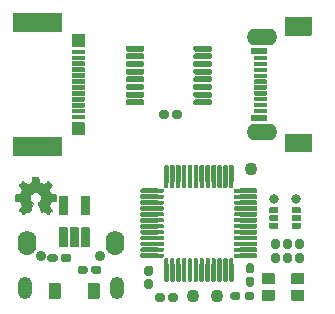
<source format=gbs>
%TF.GenerationSoftware,KiCad,Pcbnew,(5.1.7)-1*%
%TF.CreationDate,2021-02-13T17:52:44+01:00*%
%TF.ProjectId,twonkie,74776f6e-6b69-4652-9e6b-696361645f70,rev?*%
%TF.SameCoordinates,PX448d510PY20b3950*%
%TF.FileFunction,Soldermask,Bot*%
%TF.FilePolarity,Negative*%
%FSLAX46Y46*%
G04 Gerber Fmt 4.6, Leading zero omitted, Abs format (unit mm)*
G04 Created by KiCad (PCBNEW (5.1.7)-1) date 2021-02-13 17:52:44*
%MOMM*%
%LPD*%
G01*
G04 APERTURE LIST*
%ADD10C,0.002540*%
%ADD11O,2.601600X1.401600*%
%ADD12O,1.551600X2.101600*%
%ADD13O,1.251600X1.901600*%
%ADD14O,0.901600X0.901600*%
%ADD15C,1.101600*%
%ADD16C,0.801600*%
G04 APERTURE END LIST*
D10*
%TO.C,G\u002A\u002A\u002A*%
G36*
X3091180Y-17320260D02*
G01*
X3073400Y-17310100D01*
X3032760Y-17284700D01*
X2974340Y-17246600D01*
X2905760Y-17198340D01*
X2834640Y-17152620D01*
X2778760Y-17114520D01*
X2738120Y-17089120D01*
X2722880Y-17078960D01*
X2712720Y-17081500D01*
X2679700Y-17099280D01*
X2631440Y-17122140D01*
X2606040Y-17137380D01*
X2560320Y-17157700D01*
X2540000Y-17160240D01*
X2534920Y-17155160D01*
X2519680Y-17119600D01*
X2494280Y-17063720D01*
X2461260Y-16987520D01*
X2423160Y-16898620D01*
X2382520Y-16802100D01*
X2341880Y-16705580D01*
X2303780Y-16611600D01*
X2268220Y-16527780D01*
X2242820Y-16459200D01*
X2222500Y-16413480D01*
X2217420Y-16393160D01*
X2219960Y-16388080D01*
X2240280Y-16367760D01*
X2278380Y-16337280D01*
X2362200Y-16271240D01*
X2443480Y-16169640D01*
X2494280Y-16052800D01*
X2509520Y-15923260D01*
X2496820Y-15803880D01*
X2448560Y-15692120D01*
X2369820Y-15587980D01*
X2273300Y-15511780D01*
X2159000Y-15463520D01*
X2032000Y-15448280D01*
X1910080Y-15460980D01*
X1793240Y-15506700D01*
X1691640Y-15585440D01*
X1645920Y-15636240D01*
X1587500Y-15740380D01*
X1551940Y-15852140D01*
X1549400Y-15880080D01*
X1554480Y-16002000D01*
X1590040Y-16121380D01*
X1656080Y-16225520D01*
X1744980Y-16311880D01*
X1757680Y-16319500D01*
X1798320Y-16352520D01*
X1826260Y-16372840D01*
X1849120Y-16390620D01*
X1691640Y-16766540D01*
X1666240Y-16827500D01*
X1623060Y-16931640D01*
X1584960Y-17020540D01*
X1557020Y-17089120D01*
X1534160Y-17137380D01*
X1526540Y-17155160D01*
X1524000Y-17157700D01*
X1511300Y-17160240D01*
X1483360Y-17150080D01*
X1430020Y-17124680D01*
X1394460Y-17106900D01*
X1353820Y-17086580D01*
X1336040Y-17078960D01*
X1320800Y-17086580D01*
X1282700Y-17111980D01*
X1226820Y-17150080D01*
X1160780Y-17195800D01*
X1094740Y-17238980D01*
X1036320Y-17277080D01*
X993140Y-17305020D01*
X972820Y-17317720D01*
X970280Y-17317720D01*
X949960Y-17307560D01*
X916940Y-17277080D01*
X866140Y-17228820D01*
X792480Y-17157700D01*
X782320Y-17147540D01*
X721360Y-17086580D01*
X673100Y-17035780D01*
X642620Y-17000220D01*
X629920Y-16982440D01*
X640080Y-16962120D01*
X668020Y-16918940D01*
X706120Y-16860520D01*
X754380Y-16789400D01*
X878840Y-16609060D01*
X810260Y-16436340D01*
X789940Y-16385540D01*
X762000Y-16322040D01*
X744220Y-16276320D01*
X734060Y-16256000D01*
X713740Y-16248380D01*
X668020Y-16238220D01*
X599440Y-16225520D01*
X518160Y-16210280D01*
X441960Y-16195040D01*
X370840Y-16182340D01*
X322580Y-16172180D01*
X299720Y-16167100D01*
X294640Y-16164560D01*
X289560Y-16154400D01*
X287020Y-16129000D01*
X284480Y-16088360D01*
X284480Y-16019780D01*
X284480Y-15923260D01*
X284480Y-15913100D01*
X284480Y-15821660D01*
X287020Y-15748000D01*
X289560Y-15702280D01*
X292100Y-15681960D01*
X312420Y-15676880D01*
X363220Y-15666720D01*
X431800Y-15654020D01*
X515620Y-15638780D01*
X520700Y-15636240D01*
X604520Y-15621000D01*
X673100Y-15605760D01*
X721360Y-15595600D01*
X741680Y-15587980D01*
X746760Y-15582900D01*
X762000Y-15549880D01*
X787400Y-15499080D01*
X812800Y-15435580D01*
X840740Y-15372080D01*
X863600Y-15313660D01*
X878840Y-15270480D01*
X883920Y-15250160D01*
X871220Y-15229840D01*
X843280Y-15186660D01*
X802640Y-15128240D01*
X754380Y-15057120D01*
X751840Y-15052040D01*
X703580Y-14980920D01*
X665480Y-14922500D01*
X640080Y-14879320D01*
X629920Y-14861540D01*
X629920Y-14859000D01*
X645160Y-14838680D01*
X680720Y-14798040D01*
X731520Y-14744700D01*
X795020Y-14683740D01*
X812800Y-14665960D01*
X881380Y-14597380D01*
X929640Y-14554200D01*
X957580Y-14531340D01*
X972820Y-14526260D01*
X993140Y-14538960D01*
X1038860Y-14569440D01*
X1097280Y-14610080D01*
X1168400Y-14658340D01*
X1173480Y-14660880D01*
X1244600Y-14709140D01*
X1303020Y-14747240D01*
X1343660Y-14775180D01*
X1361440Y-14785340D01*
X1363980Y-14785340D01*
X1391920Y-14777720D01*
X1442720Y-14759940D01*
X1503680Y-14737080D01*
X1569720Y-14711680D01*
X1628140Y-14686280D01*
X1671320Y-14665960D01*
X1691640Y-14653260D01*
X1694180Y-14653260D01*
X1699260Y-14627860D01*
X1711960Y-14574520D01*
X1727200Y-14503400D01*
X1742440Y-14417040D01*
X1744980Y-14404340D01*
X1762760Y-14320520D01*
X1775460Y-14251940D01*
X1785620Y-14203680D01*
X1790700Y-14183360D01*
X1800860Y-14180820D01*
X1841500Y-14178280D01*
X1905000Y-14178280D01*
X1981200Y-14175740D01*
X2057400Y-14175740D01*
X2136140Y-14178280D01*
X2202180Y-14180820D01*
X2247900Y-14183360D01*
X2268220Y-14188440D01*
X2275840Y-14213840D01*
X2288540Y-14267180D01*
X2301240Y-14340840D01*
X2319020Y-14424660D01*
X2321560Y-14439900D01*
X2336800Y-14523720D01*
X2352040Y-14592300D01*
X2362200Y-14638020D01*
X2367280Y-14658340D01*
X2374900Y-14660880D01*
X2407920Y-14676120D01*
X2463800Y-14698980D01*
X2532380Y-14726920D01*
X2692400Y-14792960D01*
X2890520Y-14658340D01*
X2908300Y-14645640D01*
X2979420Y-14597380D01*
X3035300Y-14559280D01*
X3075940Y-14533880D01*
X3093720Y-14523720D01*
X3114040Y-14541500D01*
X3154680Y-14577060D01*
X3205480Y-14630400D01*
X3268980Y-14691360D01*
X3314700Y-14737080D01*
X3368040Y-14792960D01*
X3403600Y-14828520D01*
X3421380Y-14853920D01*
X3429000Y-14866620D01*
X3426460Y-14876780D01*
X3413760Y-14897100D01*
X3385820Y-14940280D01*
X3345180Y-14998700D01*
X3296920Y-15069820D01*
X3256280Y-15128240D01*
X3215640Y-15194280D01*
X3187700Y-15240000D01*
X3177540Y-15262860D01*
X3180080Y-15273020D01*
X3192780Y-15311120D01*
X3215640Y-15369540D01*
X3246120Y-15438120D01*
X3314700Y-15593060D01*
X3416300Y-15613380D01*
X3477260Y-15626080D01*
X3563620Y-15641320D01*
X3647440Y-15659100D01*
X3776980Y-15681960D01*
X3782060Y-16154400D01*
X3761740Y-16164560D01*
X3741420Y-16169640D01*
X3693160Y-16179800D01*
X3624580Y-16192500D01*
X3545840Y-16207740D01*
X3477260Y-16220440D01*
X3408680Y-16235680D01*
X3357880Y-16243300D01*
X3335020Y-16248380D01*
X3329940Y-16256000D01*
X3312160Y-16289020D01*
X3289300Y-16342360D01*
X3261360Y-16405860D01*
X3233420Y-16474440D01*
X3208020Y-16535400D01*
X3192780Y-16581120D01*
X3185160Y-16606520D01*
X3195320Y-16624300D01*
X3220720Y-16664940D01*
X3258820Y-16723360D01*
X3307080Y-16791940D01*
X3352800Y-16860520D01*
X3393440Y-16918940D01*
X3421380Y-16959580D01*
X3431540Y-16979900D01*
X3426460Y-16992600D01*
X3398520Y-17025620D01*
X3347720Y-17078960D01*
X3268980Y-17155160D01*
X3256280Y-17167860D01*
X3195320Y-17226280D01*
X3144520Y-17274540D01*
X3108960Y-17307560D01*
X3091180Y-17320260D01*
G37*
X3091180Y-17320260D02*
X3073400Y-17310100D01*
X3032760Y-17284700D01*
X2974340Y-17246600D01*
X2905760Y-17198340D01*
X2834640Y-17152620D01*
X2778760Y-17114520D01*
X2738120Y-17089120D01*
X2722880Y-17078960D01*
X2712720Y-17081500D01*
X2679700Y-17099280D01*
X2631440Y-17122140D01*
X2606040Y-17137380D01*
X2560320Y-17157700D01*
X2540000Y-17160240D01*
X2534920Y-17155160D01*
X2519680Y-17119600D01*
X2494280Y-17063720D01*
X2461260Y-16987520D01*
X2423160Y-16898620D01*
X2382520Y-16802100D01*
X2341880Y-16705580D01*
X2303780Y-16611600D01*
X2268220Y-16527780D01*
X2242820Y-16459200D01*
X2222500Y-16413480D01*
X2217420Y-16393160D01*
X2219960Y-16388080D01*
X2240280Y-16367760D01*
X2278380Y-16337280D01*
X2362200Y-16271240D01*
X2443480Y-16169640D01*
X2494280Y-16052800D01*
X2509520Y-15923260D01*
X2496820Y-15803880D01*
X2448560Y-15692120D01*
X2369820Y-15587980D01*
X2273300Y-15511780D01*
X2159000Y-15463520D01*
X2032000Y-15448280D01*
X1910080Y-15460980D01*
X1793240Y-15506700D01*
X1691640Y-15585440D01*
X1645920Y-15636240D01*
X1587500Y-15740380D01*
X1551940Y-15852140D01*
X1549400Y-15880080D01*
X1554480Y-16002000D01*
X1590040Y-16121380D01*
X1656080Y-16225520D01*
X1744980Y-16311880D01*
X1757680Y-16319500D01*
X1798320Y-16352520D01*
X1826260Y-16372840D01*
X1849120Y-16390620D01*
X1691640Y-16766540D01*
X1666240Y-16827500D01*
X1623060Y-16931640D01*
X1584960Y-17020540D01*
X1557020Y-17089120D01*
X1534160Y-17137380D01*
X1526540Y-17155160D01*
X1524000Y-17157700D01*
X1511300Y-17160240D01*
X1483360Y-17150080D01*
X1430020Y-17124680D01*
X1394460Y-17106900D01*
X1353820Y-17086580D01*
X1336040Y-17078960D01*
X1320800Y-17086580D01*
X1282700Y-17111980D01*
X1226820Y-17150080D01*
X1160780Y-17195800D01*
X1094740Y-17238980D01*
X1036320Y-17277080D01*
X993140Y-17305020D01*
X972820Y-17317720D01*
X970280Y-17317720D01*
X949960Y-17307560D01*
X916940Y-17277080D01*
X866140Y-17228820D01*
X792480Y-17157700D01*
X782320Y-17147540D01*
X721360Y-17086580D01*
X673100Y-17035780D01*
X642620Y-17000220D01*
X629920Y-16982440D01*
X640080Y-16962120D01*
X668020Y-16918940D01*
X706120Y-16860520D01*
X754380Y-16789400D01*
X878840Y-16609060D01*
X810260Y-16436340D01*
X789940Y-16385540D01*
X762000Y-16322040D01*
X744220Y-16276320D01*
X734060Y-16256000D01*
X713740Y-16248380D01*
X668020Y-16238220D01*
X599440Y-16225520D01*
X518160Y-16210280D01*
X441960Y-16195040D01*
X370840Y-16182340D01*
X322580Y-16172180D01*
X299720Y-16167100D01*
X294640Y-16164560D01*
X289560Y-16154400D01*
X287020Y-16129000D01*
X284480Y-16088360D01*
X284480Y-16019780D01*
X284480Y-15923260D01*
X284480Y-15913100D01*
X284480Y-15821660D01*
X287020Y-15748000D01*
X289560Y-15702280D01*
X292100Y-15681960D01*
X312420Y-15676880D01*
X363220Y-15666720D01*
X431800Y-15654020D01*
X515620Y-15638780D01*
X520700Y-15636240D01*
X604520Y-15621000D01*
X673100Y-15605760D01*
X721360Y-15595600D01*
X741680Y-15587980D01*
X746760Y-15582900D01*
X762000Y-15549880D01*
X787400Y-15499080D01*
X812800Y-15435580D01*
X840740Y-15372080D01*
X863600Y-15313660D01*
X878840Y-15270480D01*
X883920Y-15250160D01*
X871220Y-15229840D01*
X843280Y-15186660D01*
X802640Y-15128240D01*
X754380Y-15057120D01*
X751840Y-15052040D01*
X703580Y-14980920D01*
X665480Y-14922500D01*
X640080Y-14879320D01*
X629920Y-14861540D01*
X629920Y-14859000D01*
X645160Y-14838680D01*
X680720Y-14798040D01*
X731520Y-14744700D01*
X795020Y-14683740D01*
X812800Y-14665960D01*
X881380Y-14597380D01*
X929640Y-14554200D01*
X957580Y-14531340D01*
X972820Y-14526260D01*
X993140Y-14538960D01*
X1038860Y-14569440D01*
X1097280Y-14610080D01*
X1168400Y-14658340D01*
X1173480Y-14660880D01*
X1244600Y-14709140D01*
X1303020Y-14747240D01*
X1343660Y-14775180D01*
X1361440Y-14785340D01*
X1363980Y-14785340D01*
X1391920Y-14777720D01*
X1442720Y-14759940D01*
X1503680Y-14737080D01*
X1569720Y-14711680D01*
X1628140Y-14686280D01*
X1671320Y-14665960D01*
X1691640Y-14653260D01*
X1694180Y-14653260D01*
X1699260Y-14627860D01*
X1711960Y-14574520D01*
X1727200Y-14503400D01*
X1742440Y-14417040D01*
X1744980Y-14404340D01*
X1762760Y-14320520D01*
X1775460Y-14251940D01*
X1785620Y-14203680D01*
X1790700Y-14183360D01*
X1800860Y-14180820D01*
X1841500Y-14178280D01*
X1905000Y-14178280D01*
X1981200Y-14175740D01*
X2057400Y-14175740D01*
X2136140Y-14178280D01*
X2202180Y-14180820D01*
X2247900Y-14183360D01*
X2268220Y-14188440D01*
X2275840Y-14213840D01*
X2288540Y-14267180D01*
X2301240Y-14340840D01*
X2319020Y-14424660D01*
X2321560Y-14439900D01*
X2336800Y-14523720D01*
X2352040Y-14592300D01*
X2362200Y-14638020D01*
X2367280Y-14658340D01*
X2374900Y-14660880D01*
X2407920Y-14676120D01*
X2463800Y-14698980D01*
X2532380Y-14726920D01*
X2692400Y-14792960D01*
X2890520Y-14658340D01*
X2908300Y-14645640D01*
X2979420Y-14597380D01*
X3035300Y-14559280D01*
X3075940Y-14533880D01*
X3093720Y-14523720D01*
X3114040Y-14541500D01*
X3154680Y-14577060D01*
X3205480Y-14630400D01*
X3268980Y-14691360D01*
X3314700Y-14737080D01*
X3368040Y-14792960D01*
X3403600Y-14828520D01*
X3421380Y-14853920D01*
X3429000Y-14866620D01*
X3426460Y-14876780D01*
X3413760Y-14897100D01*
X3385820Y-14940280D01*
X3345180Y-14998700D01*
X3296920Y-15069820D01*
X3256280Y-15128240D01*
X3215640Y-15194280D01*
X3187700Y-15240000D01*
X3177540Y-15262860D01*
X3180080Y-15273020D01*
X3192780Y-15311120D01*
X3215640Y-15369540D01*
X3246120Y-15438120D01*
X3314700Y-15593060D01*
X3416300Y-15613380D01*
X3477260Y-15626080D01*
X3563620Y-15641320D01*
X3647440Y-15659100D01*
X3776980Y-15681960D01*
X3782060Y-16154400D01*
X3761740Y-16164560D01*
X3741420Y-16169640D01*
X3693160Y-16179800D01*
X3624580Y-16192500D01*
X3545840Y-16207740D01*
X3477260Y-16220440D01*
X3408680Y-16235680D01*
X3357880Y-16243300D01*
X3335020Y-16248380D01*
X3329940Y-16256000D01*
X3312160Y-16289020D01*
X3289300Y-16342360D01*
X3261360Y-16405860D01*
X3233420Y-16474440D01*
X3208020Y-16535400D01*
X3192780Y-16581120D01*
X3185160Y-16606520D01*
X3195320Y-16624300D01*
X3220720Y-16664940D01*
X3258820Y-16723360D01*
X3307080Y-16791940D01*
X3352800Y-16860520D01*
X3393440Y-16918940D01*
X3421380Y-16959580D01*
X3431540Y-16979900D01*
X3426460Y-16992600D01*
X3398520Y-17025620D01*
X3347720Y-17078960D01*
X3268980Y-17155160D01*
X3256280Y-17167860D01*
X3195320Y-17226280D01*
X3144520Y-17274540D01*
X3108960Y-17307560D01*
X3091180Y-17320260D01*
%TD*%
%TO.C,C8*%
G36*
G01*
X11440100Y-22818700D02*
X11800900Y-22818700D01*
G75*
G02*
X11981300Y-22999100I0J-180400D01*
G01*
X11981300Y-23474900D01*
G75*
G02*
X11800900Y-23655300I-180400J0D01*
G01*
X11440100Y-23655300D01*
G75*
G02*
X11259700Y-23474900I0J180400D01*
G01*
X11259700Y-22999100D01*
G75*
G02*
X11440100Y-22818700I180400J0D01*
G01*
G37*
G36*
G01*
X11440100Y-21683700D02*
X11800900Y-21683700D01*
G75*
G02*
X11981300Y-21864100I0J-180400D01*
G01*
X11981300Y-22339900D01*
G75*
G02*
X11800900Y-22520300I-180400J0D01*
G01*
X11440100Y-22520300D01*
G75*
G02*
X11259700Y-22339900I0J180400D01*
G01*
X11259700Y-21864100D01*
G75*
G02*
X11440100Y-21683700I180400J0D01*
G01*
G37*
%TD*%
%TO.C,Q4*%
G36*
G01*
X23749200Y-18503000D02*
X23749200Y-18103000D01*
G75*
G02*
X23800000Y-18052200I50800J0D01*
G01*
X24450000Y-18052200D01*
G75*
G02*
X24500800Y-18103000I0J-50800D01*
G01*
X24500800Y-18503000D01*
G75*
G02*
X24450000Y-18553800I-50800J0D01*
G01*
X23800000Y-18553800D01*
G75*
G02*
X23749200Y-18503000I0J50800D01*
G01*
G37*
G36*
G01*
X23749200Y-17203000D02*
X23749200Y-16803000D01*
G75*
G02*
X23800000Y-16752200I50800J0D01*
G01*
X24450000Y-16752200D01*
G75*
G02*
X24500800Y-16803000I0J-50800D01*
G01*
X24500800Y-17203000D01*
G75*
G02*
X24450000Y-17253800I-50800J0D01*
G01*
X23800000Y-17253800D01*
G75*
G02*
X23749200Y-17203000I0J50800D01*
G01*
G37*
G36*
G01*
X21849200Y-17853000D02*
X21849200Y-17453000D01*
G75*
G02*
X21900000Y-17402200I50800J0D01*
G01*
X22550000Y-17402200D01*
G75*
G02*
X22600800Y-17453000I0J-50800D01*
G01*
X22600800Y-17853000D01*
G75*
G02*
X22550000Y-17903800I-50800J0D01*
G01*
X21900000Y-17903800D01*
G75*
G02*
X21849200Y-17853000I0J50800D01*
G01*
G37*
G36*
G01*
X23749200Y-17853000D02*
X23749200Y-17453000D01*
G75*
G02*
X23800000Y-17402200I50800J0D01*
G01*
X24450000Y-17402200D01*
G75*
G02*
X24500800Y-17453000I0J-50800D01*
G01*
X24500800Y-17853000D01*
G75*
G02*
X24450000Y-17903800I-50800J0D01*
G01*
X23800000Y-17903800D01*
G75*
G02*
X23749200Y-17853000I0J50800D01*
G01*
G37*
G36*
G01*
X21849200Y-17203000D02*
X21849200Y-16803000D01*
G75*
G02*
X21900000Y-16752200I50800J0D01*
G01*
X22550000Y-16752200D01*
G75*
G02*
X22600800Y-16803000I0J-50800D01*
G01*
X22600800Y-17203000D01*
G75*
G02*
X22550000Y-17253800I-50800J0D01*
G01*
X21900000Y-17253800D01*
G75*
G02*
X21849200Y-17203000I0J50800D01*
G01*
G37*
G36*
G01*
X21849200Y-18503000D02*
X21849200Y-18103000D01*
G75*
G02*
X21900000Y-18052200I50800J0D01*
G01*
X22550000Y-18052200D01*
G75*
G02*
X22600800Y-18103000I0J-50800D01*
G01*
X22600800Y-18503000D01*
G75*
G02*
X22550000Y-18553800I-50800J0D01*
G01*
X21900000Y-18553800D01*
G75*
G02*
X21849200Y-18503000I0J50800D01*
G01*
G37*
%TD*%
%TO.C,J1*%
G36*
G01*
X21590000Y-8780800D02*
X20590000Y-8780800D01*
G75*
G02*
X20539200Y-8730000I0J50800D01*
G01*
X20539200Y-8470000D01*
G75*
G02*
X20590000Y-8419200I50800J0D01*
G01*
X21590000Y-8419200D01*
G75*
G02*
X21640800Y-8470000I0J-50800D01*
G01*
X21640800Y-8730000D01*
G75*
G02*
X21590000Y-8780800I-50800J0D01*
G01*
G37*
G36*
G01*
X21590000Y-8280800D02*
X20590000Y-8280800D01*
G75*
G02*
X20539200Y-8230000I0J50800D01*
G01*
X20539200Y-7970000D01*
G75*
G02*
X20590000Y-7919200I50800J0D01*
G01*
X21590000Y-7919200D01*
G75*
G02*
X21640800Y-7970000I0J-50800D01*
G01*
X21640800Y-8230000D01*
G75*
G02*
X21590000Y-8280800I-50800J0D01*
G01*
G37*
G36*
G01*
X21590000Y-7780800D02*
X20590000Y-7780800D01*
G75*
G02*
X20539200Y-7730000I0J50800D01*
G01*
X20539200Y-7470000D01*
G75*
G02*
X20590000Y-7419200I50800J0D01*
G01*
X21590000Y-7419200D01*
G75*
G02*
X21640800Y-7470000I0J-50800D01*
G01*
X21640800Y-7730000D01*
G75*
G02*
X21590000Y-7780800I-50800J0D01*
G01*
G37*
G36*
G01*
X21590000Y-7280800D02*
X20590000Y-7280800D01*
G75*
G02*
X20539200Y-7230000I0J50800D01*
G01*
X20539200Y-6970000D01*
G75*
G02*
X20590000Y-6919200I50800J0D01*
G01*
X21590000Y-6919200D01*
G75*
G02*
X21640800Y-6970000I0J-50800D01*
G01*
X21640800Y-7230000D01*
G75*
G02*
X21590000Y-7280800I-50800J0D01*
G01*
G37*
G36*
G01*
X21590000Y-6780800D02*
X20590000Y-6780800D01*
G75*
G02*
X20539200Y-6730000I0J50800D01*
G01*
X20539200Y-6470000D01*
G75*
G02*
X20590000Y-6419200I50800J0D01*
G01*
X21590000Y-6419200D01*
G75*
G02*
X21640800Y-6470000I0J-50800D01*
G01*
X21640800Y-6730000D01*
G75*
G02*
X21590000Y-6780800I-50800J0D01*
G01*
G37*
G36*
G01*
X21590000Y-6280800D02*
X20590000Y-6280800D01*
G75*
G02*
X20539200Y-6230000I0J50800D01*
G01*
X20539200Y-5970000D01*
G75*
G02*
X20590000Y-5919200I50800J0D01*
G01*
X21590000Y-5919200D01*
G75*
G02*
X21640800Y-5970000I0J-50800D01*
G01*
X21640800Y-6230000D01*
G75*
G02*
X21590000Y-6280800I-50800J0D01*
G01*
G37*
G36*
G01*
X21590000Y-5780800D02*
X20590000Y-5780800D01*
G75*
G02*
X20539200Y-5730000I0J50800D01*
G01*
X20539200Y-5470000D01*
G75*
G02*
X20590000Y-5419200I50800J0D01*
G01*
X21590000Y-5419200D01*
G75*
G02*
X21640800Y-5470000I0J-50800D01*
G01*
X21640800Y-5730000D01*
G75*
G02*
X21590000Y-5780800I-50800J0D01*
G01*
G37*
G36*
G01*
X21590000Y-5280800D02*
X20590000Y-5280800D01*
G75*
G02*
X20539200Y-5230000I0J50800D01*
G01*
X20539200Y-4970000D01*
G75*
G02*
X20590000Y-4919200I50800J0D01*
G01*
X21590000Y-4919200D01*
G75*
G02*
X21640800Y-4970000I0J-50800D01*
G01*
X21640800Y-5230000D01*
G75*
G02*
X21590000Y-5280800I-50800J0D01*
G01*
G37*
G36*
G01*
X21590000Y-4780800D02*
X20590000Y-4780800D01*
G75*
G02*
X20539200Y-4730000I0J50800D01*
G01*
X20539200Y-4470000D01*
G75*
G02*
X20590000Y-4419200I50800J0D01*
G01*
X21590000Y-4419200D01*
G75*
G02*
X21640800Y-4470000I0J-50800D01*
G01*
X21640800Y-4730000D01*
G75*
G02*
X21590000Y-4780800I-50800J0D01*
G01*
G37*
G36*
G01*
X21590000Y-4280800D02*
X20590000Y-4280800D01*
G75*
G02*
X20539200Y-4230000I0J50800D01*
G01*
X20539200Y-3970000D01*
G75*
G02*
X20590000Y-3919200I50800J0D01*
G01*
X21590000Y-3919200D01*
G75*
G02*
X21640800Y-3970000I0J-50800D01*
G01*
X21640800Y-4230000D01*
G75*
G02*
X21590000Y-4280800I-50800J0D01*
G01*
G37*
G36*
G01*
X21590000Y-9430800D02*
X20340000Y-9430800D01*
G75*
G02*
X20289200Y-9380000I0J50800D01*
G01*
X20289200Y-8970000D01*
G75*
G02*
X20340000Y-8919200I50800J0D01*
G01*
X21590000Y-8919200D01*
G75*
G02*
X21640800Y-8970000I0J-50800D01*
G01*
X21640800Y-9380000D01*
G75*
G02*
X21590000Y-9430800I-50800J0D01*
G01*
G37*
G36*
G01*
X21590000Y-3780800D02*
X20340000Y-3780800D01*
G75*
G02*
X20289200Y-3730000I0J50800D01*
G01*
X20289200Y-3320000D01*
G75*
G02*
X20340000Y-3269200I50800J0D01*
G01*
X21590000Y-3269200D01*
G75*
G02*
X21640800Y-3320000I0J-50800D01*
G01*
X21640800Y-3730000D01*
G75*
G02*
X21590000Y-3780800I-50800J0D01*
G01*
G37*
D11*
X21190000Y-10360000D03*
X21190000Y-2340000D03*
G36*
G01*
X25390000Y-12100800D02*
X23190000Y-12100800D01*
G75*
G02*
X23139200Y-12050000I0J50800D01*
G01*
X23139200Y-10550000D01*
G75*
G02*
X23190000Y-10499200I50800J0D01*
G01*
X25390000Y-10499200D01*
G75*
G02*
X25440800Y-10550000I0J-50800D01*
G01*
X25440800Y-12050000D01*
G75*
G02*
X25390000Y-12100800I-50800J0D01*
G01*
G37*
G36*
G01*
X25390000Y-2200800D02*
X23190000Y-2200800D01*
G75*
G02*
X23139200Y-2150000I0J50800D01*
G01*
X23139200Y-650000D01*
G75*
G02*
X23190000Y-599200I50800J0D01*
G01*
X25390000Y-599200D01*
G75*
G02*
X25440800Y-650000I0J-50800D01*
G01*
X25440800Y-2150000D01*
G75*
G02*
X25390000Y-2200800I-50800J0D01*
G01*
G37*
%TD*%
D12*
%TO.C,J3*%
X1304200Y-19790800D03*
X8754200Y-19790800D03*
D13*
X1154200Y-23590800D03*
X8904200Y-23590800D03*
D14*
X2529200Y-20840800D03*
X7529200Y-20840800D03*
%TD*%
%TO.C,U4*%
G36*
G01*
X12037100Y-15671700D02*
X12837900Y-15671700D01*
G75*
G02*
X12925800Y-15759600I0J-87900D01*
G01*
X12925800Y-15935400D01*
G75*
G02*
X12837900Y-16023300I-87900J0D01*
G01*
X12037100Y-16023300D01*
G75*
G02*
X11949200Y-15935400I0J87900D01*
G01*
X11949200Y-15759600D01*
G75*
G02*
X12037100Y-15671700I87900J0D01*
G01*
G37*
G36*
G01*
X12037100Y-16171700D02*
X12837900Y-16171700D01*
G75*
G02*
X12925800Y-16259600I0J-87900D01*
G01*
X12925800Y-16435400D01*
G75*
G02*
X12837900Y-16523300I-87900J0D01*
G01*
X12037100Y-16523300D01*
G75*
G02*
X11949200Y-16435400I0J87900D01*
G01*
X11949200Y-16259600D01*
G75*
G02*
X12037100Y-16171700I87900J0D01*
G01*
G37*
G36*
G01*
X12037100Y-17171700D02*
X12837900Y-17171700D01*
G75*
G02*
X12925800Y-17259600I0J-87900D01*
G01*
X12925800Y-17435400D01*
G75*
G02*
X12837900Y-17523300I-87900J0D01*
G01*
X12037100Y-17523300D01*
G75*
G02*
X11949200Y-17435400I0J87900D01*
G01*
X11949200Y-17259600D01*
G75*
G02*
X12037100Y-17171700I87900J0D01*
G01*
G37*
G36*
G01*
X12037100Y-17671700D02*
X12837900Y-17671700D01*
G75*
G02*
X12925800Y-17759600I0J-87900D01*
G01*
X12925800Y-17935400D01*
G75*
G02*
X12837900Y-18023300I-87900J0D01*
G01*
X12037100Y-18023300D01*
G75*
G02*
X11949200Y-17935400I0J87900D01*
G01*
X11949200Y-17759600D01*
G75*
G02*
X12037100Y-17671700I87900J0D01*
G01*
G37*
G36*
G01*
X12037100Y-18171700D02*
X12837900Y-18171700D01*
G75*
G02*
X12925800Y-18259600I0J-87900D01*
G01*
X12925800Y-18435400D01*
G75*
G02*
X12837900Y-18523300I-87900J0D01*
G01*
X12037100Y-18523300D01*
G75*
G02*
X11949200Y-18435400I0J87900D01*
G01*
X11949200Y-18259600D01*
G75*
G02*
X12037100Y-18171700I87900J0D01*
G01*
G37*
G36*
G01*
X12037100Y-15171700D02*
X12837900Y-15171700D01*
G75*
G02*
X12925800Y-15259600I0J-87900D01*
G01*
X12925800Y-15435400D01*
G75*
G02*
X12837900Y-15523300I-87900J0D01*
G01*
X12037100Y-15523300D01*
G75*
G02*
X11949200Y-15435400I0J87900D01*
G01*
X11949200Y-15259600D01*
G75*
G02*
X12037100Y-15171700I87900J0D01*
G01*
G37*
G36*
G01*
X12037100Y-16671700D02*
X12837900Y-16671700D01*
G75*
G02*
X12925800Y-16759600I0J-87900D01*
G01*
X12925800Y-16935400D01*
G75*
G02*
X12837900Y-17023300I-87900J0D01*
G01*
X12037100Y-17023300D01*
G75*
G02*
X11949200Y-16935400I0J87900D01*
G01*
X11949200Y-16759600D01*
G75*
G02*
X12037100Y-16671700I87900J0D01*
G01*
G37*
G36*
G01*
X18912100Y-19671700D02*
X19712900Y-19671700D01*
G75*
G02*
X19800800Y-19759600I0J-87900D01*
G01*
X19800800Y-19935400D01*
G75*
G02*
X19712900Y-20023300I-87900J0D01*
G01*
X18912100Y-20023300D01*
G75*
G02*
X18824200Y-19935400I0J87900D01*
G01*
X18824200Y-19759600D01*
G75*
G02*
X18912100Y-19671700I87900J0D01*
G01*
G37*
G36*
G01*
X14537100Y-14171700D02*
X14712900Y-14171700D01*
G75*
G02*
X14800800Y-14259600I0J-87900D01*
G01*
X14800800Y-15060400D01*
G75*
G02*
X14712900Y-15148300I-87900J0D01*
G01*
X14537100Y-15148300D01*
G75*
G02*
X14449200Y-15060400I0J87900D01*
G01*
X14449200Y-14259600D01*
G75*
G02*
X14537100Y-14171700I87900J0D01*
G01*
G37*
G36*
G01*
X17037100Y-14171700D02*
X17212900Y-14171700D01*
G75*
G02*
X17300800Y-14259600I0J-87900D01*
G01*
X17300800Y-15060400D01*
G75*
G02*
X17212900Y-15148300I-87900J0D01*
G01*
X17037100Y-15148300D01*
G75*
G02*
X16949200Y-15060400I0J87900D01*
G01*
X16949200Y-14259600D01*
G75*
G02*
X17037100Y-14171700I87900J0D01*
G01*
G37*
G36*
G01*
X17537100Y-14171700D02*
X17712900Y-14171700D01*
G75*
G02*
X17800800Y-14259600I0J-87900D01*
G01*
X17800800Y-15060400D01*
G75*
G02*
X17712900Y-15148300I-87900J0D01*
G01*
X17537100Y-15148300D01*
G75*
G02*
X17449200Y-15060400I0J87900D01*
G01*
X17449200Y-14259600D01*
G75*
G02*
X17537100Y-14171700I87900J0D01*
G01*
G37*
G36*
G01*
X16037100Y-14171700D02*
X16212900Y-14171700D01*
G75*
G02*
X16300800Y-14259600I0J-87900D01*
G01*
X16300800Y-15060400D01*
G75*
G02*
X16212900Y-15148300I-87900J0D01*
G01*
X16037100Y-15148300D01*
G75*
G02*
X15949200Y-15060400I0J87900D01*
G01*
X15949200Y-14259600D01*
G75*
G02*
X16037100Y-14171700I87900J0D01*
G01*
G37*
G36*
G01*
X13037100Y-14171700D02*
X13212900Y-14171700D01*
G75*
G02*
X13300800Y-14259600I0J-87900D01*
G01*
X13300800Y-15060400D01*
G75*
G02*
X13212900Y-15148300I-87900J0D01*
G01*
X13037100Y-15148300D01*
G75*
G02*
X12949200Y-15060400I0J87900D01*
G01*
X12949200Y-14259600D01*
G75*
G02*
X13037100Y-14171700I87900J0D01*
G01*
G37*
G36*
G01*
X16537100Y-21046700D02*
X16712900Y-21046700D01*
G75*
G02*
X16800800Y-21134600I0J-87900D01*
G01*
X16800800Y-21935400D01*
G75*
G02*
X16712900Y-22023300I-87900J0D01*
G01*
X16537100Y-22023300D01*
G75*
G02*
X16449200Y-21935400I0J87900D01*
G01*
X16449200Y-21134600D01*
G75*
G02*
X16537100Y-21046700I87900J0D01*
G01*
G37*
G36*
G01*
X17037100Y-21046700D02*
X17212900Y-21046700D01*
G75*
G02*
X17300800Y-21134600I0J-87900D01*
G01*
X17300800Y-21935400D01*
G75*
G02*
X17212900Y-22023300I-87900J0D01*
G01*
X17037100Y-22023300D01*
G75*
G02*
X16949200Y-21935400I0J87900D01*
G01*
X16949200Y-21134600D01*
G75*
G02*
X17037100Y-21046700I87900J0D01*
G01*
G37*
G36*
G01*
X16537100Y-14171700D02*
X16712900Y-14171700D01*
G75*
G02*
X16800800Y-14259600I0J-87900D01*
G01*
X16800800Y-15060400D01*
G75*
G02*
X16712900Y-15148300I-87900J0D01*
G01*
X16537100Y-15148300D01*
G75*
G02*
X16449200Y-15060400I0J87900D01*
G01*
X16449200Y-14259600D01*
G75*
G02*
X16537100Y-14171700I87900J0D01*
G01*
G37*
G36*
G01*
X16037100Y-21046700D02*
X16212900Y-21046700D01*
G75*
G02*
X16300800Y-21134600I0J-87900D01*
G01*
X16300800Y-21935400D01*
G75*
G02*
X16212900Y-22023300I-87900J0D01*
G01*
X16037100Y-22023300D01*
G75*
G02*
X15949200Y-21935400I0J87900D01*
G01*
X15949200Y-21134600D01*
G75*
G02*
X16037100Y-21046700I87900J0D01*
G01*
G37*
G36*
G01*
X15537100Y-21046700D02*
X15712900Y-21046700D01*
G75*
G02*
X15800800Y-21134600I0J-87900D01*
G01*
X15800800Y-21935400D01*
G75*
G02*
X15712900Y-22023300I-87900J0D01*
G01*
X15537100Y-22023300D01*
G75*
G02*
X15449200Y-21935400I0J87900D01*
G01*
X15449200Y-21134600D01*
G75*
G02*
X15537100Y-21046700I87900J0D01*
G01*
G37*
G36*
G01*
X18912100Y-17171700D02*
X19712900Y-17171700D01*
G75*
G02*
X19800800Y-17259600I0J-87900D01*
G01*
X19800800Y-17435400D01*
G75*
G02*
X19712900Y-17523300I-87900J0D01*
G01*
X18912100Y-17523300D01*
G75*
G02*
X18824200Y-17435400I0J87900D01*
G01*
X18824200Y-17259600D01*
G75*
G02*
X18912100Y-17171700I87900J0D01*
G01*
G37*
G36*
G01*
X18912100Y-16671700D02*
X19712900Y-16671700D01*
G75*
G02*
X19800800Y-16759600I0J-87900D01*
G01*
X19800800Y-16935400D01*
G75*
G02*
X19712900Y-17023300I-87900J0D01*
G01*
X18912100Y-17023300D01*
G75*
G02*
X18824200Y-16935400I0J87900D01*
G01*
X18824200Y-16759600D01*
G75*
G02*
X18912100Y-16671700I87900J0D01*
G01*
G37*
G36*
G01*
X18912100Y-16171700D02*
X19712900Y-16171700D01*
G75*
G02*
X19800800Y-16259600I0J-87900D01*
G01*
X19800800Y-16435400D01*
G75*
G02*
X19712900Y-16523300I-87900J0D01*
G01*
X18912100Y-16523300D01*
G75*
G02*
X18824200Y-16435400I0J87900D01*
G01*
X18824200Y-16259600D01*
G75*
G02*
X18912100Y-16171700I87900J0D01*
G01*
G37*
G36*
G01*
X18912100Y-17671700D02*
X19712900Y-17671700D01*
G75*
G02*
X19800800Y-17759600I0J-87900D01*
G01*
X19800800Y-17935400D01*
G75*
G02*
X19712900Y-18023300I-87900J0D01*
G01*
X18912100Y-18023300D01*
G75*
G02*
X18824200Y-17935400I0J87900D01*
G01*
X18824200Y-17759600D01*
G75*
G02*
X18912100Y-17671700I87900J0D01*
G01*
G37*
G36*
G01*
X18912100Y-19171700D02*
X19712900Y-19171700D01*
G75*
G02*
X19800800Y-19259600I0J-87900D01*
G01*
X19800800Y-19435400D01*
G75*
G02*
X19712900Y-19523300I-87900J0D01*
G01*
X18912100Y-19523300D01*
G75*
G02*
X18824200Y-19435400I0J87900D01*
G01*
X18824200Y-19259600D01*
G75*
G02*
X18912100Y-19171700I87900J0D01*
G01*
G37*
G36*
G01*
X14037100Y-14171700D02*
X14212900Y-14171700D01*
G75*
G02*
X14300800Y-14259600I0J-87900D01*
G01*
X14300800Y-15060400D01*
G75*
G02*
X14212900Y-15148300I-87900J0D01*
G01*
X14037100Y-15148300D01*
G75*
G02*
X13949200Y-15060400I0J87900D01*
G01*
X13949200Y-14259600D01*
G75*
G02*
X14037100Y-14171700I87900J0D01*
G01*
G37*
G36*
G01*
X18537100Y-21046700D02*
X18712900Y-21046700D01*
G75*
G02*
X18800800Y-21134600I0J-87900D01*
G01*
X18800800Y-21935400D01*
G75*
G02*
X18712900Y-22023300I-87900J0D01*
G01*
X18537100Y-22023300D01*
G75*
G02*
X18449200Y-21935400I0J87900D01*
G01*
X18449200Y-21134600D01*
G75*
G02*
X18537100Y-21046700I87900J0D01*
G01*
G37*
G36*
G01*
X18037100Y-14171700D02*
X18212900Y-14171700D01*
G75*
G02*
X18300800Y-14259600I0J-87900D01*
G01*
X18300800Y-15060400D01*
G75*
G02*
X18212900Y-15148300I-87900J0D01*
G01*
X18037100Y-15148300D01*
G75*
G02*
X17949200Y-15060400I0J87900D01*
G01*
X17949200Y-14259600D01*
G75*
G02*
X18037100Y-14171700I87900J0D01*
G01*
G37*
G36*
G01*
X18912100Y-20171700D02*
X19712900Y-20171700D01*
G75*
G02*
X19800800Y-20259600I0J-87900D01*
G01*
X19800800Y-20435400D01*
G75*
G02*
X19712900Y-20523300I-87900J0D01*
G01*
X18912100Y-20523300D01*
G75*
G02*
X18824200Y-20435400I0J87900D01*
G01*
X18824200Y-20259600D01*
G75*
G02*
X18912100Y-20171700I87900J0D01*
G01*
G37*
G36*
G01*
X13037100Y-21046700D02*
X13212900Y-21046700D01*
G75*
G02*
X13300800Y-21134600I0J-87900D01*
G01*
X13300800Y-21935400D01*
G75*
G02*
X13212900Y-22023300I-87900J0D01*
G01*
X13037100Y-22023300D01*
G75*
G02*
X12949200Y-21935400I0J87900D01*
G01*
X12949200Y-21134600D01*
G75*
G02*
X13037100Y-21046700I87900J0D01*
G01*
G37*
G36*
G01*
X12037100Y-19171700D02*
X12837900Y-19171700D01*
G75*
G02*
X12925800Y-19259600I0J-87900D01*
G01*
X12925800Y-19435400D01*
G75*
G02*
X12837900Y-19523300I-87900J0D01*
G01*
X12037100Y-19523300D01*
G75*
G02*
X11949200Y-19435400I0J87900D01*
G01*
X11949200Y-19259600D01*
G75*
G02*
X12037100Y-19171700I87900J0D01*
G01*
G37*
G36*
G01*
X14037100Y-21046700D02*
X14212900Y-21046700D01*
G75*
G02*
X14300800Y-21134600I0J-87900D01*
G01*
X14300800Y-21935400D01*
G75*
G02*
X14212900Y-22023300I-87900J0D01*
G01*
X14037100Y-22023300D01*
G75*
G02*
X13949200Y-21935400I0J87900D01*
G01*
X13949200Y-21134600D01*
G75*
G02*
X14037100Y-21046700I87900J0D01*
G01*
G37*
G36*
G01*
X17537100Y-21046700D02*
X17712900Y-21046700D01*
G75*
G02*
X17800800Y-21134600I0J-87900D01*
G01*
X17800800Y-21935400D01*
G75*
G02*
X17712900Y-22023300I-87900J0D01*
G01*
X17537100Y-22023300D01*
G75*
G02*
X17449200Y-21935400I0J87900D01*
G01*
X17449200Y-21134600D01*
G75*
G02*
X17537100Y-21046700I87900J0D01*
G01*
G37*
G36*
G01*
X18912100Y-15171700D02*
X19712900Y-15171700D01*
G75*
G02*
X19800800Y-15259600I0J-87900D01*
G01*
X19800800Y-15435400D01*
G75*
G02*
X19712900Y-15523300I-87900J0D01*
G01*
X18912100Y-15523300D01*
G75*
G02*
X18824200Y-15435400I0J87900D01*
G01*
X18824200Y-15259600D01*
G75*
G02*
X18912100Y-15171700I87900J0D01*
G01*
G37*
G36*
G01*
X15037100Y-14171700D02*
X15212900Y-14171700D01*
G75*
G02*
X15300800Y-14259600I0J-87900D01*
G01*
X15300800Y-15060400D01*
G75*
G02*
X15212900Y-15148300I-87900J0D01*
G01*
X15037100Y-15148300D01*
G75*
G02*
X14949200Y-15060400I0J87900D01*
G01*
X14949200Y-14259600D01*
G75*
G02*
X15037100Y-14171700I87900J0D01*
G01*
G37*
G36*
G01*
X12037100Y-19671700D02*
X12837900Y-19671700D01*
G75*
G02*
X12925800Y-19759600I0J-87900D01*
G01*
X12925800Y-19935400D01*
G75*
G02*
X12837900Y-20023300I-87900J0D01*
G01*
X12037100Y-20023300D01*
G75*
G02*
X11949200Y-19935400I0J87900D01*
G01*
X11949200Y-19759600D01*
G75*
G02*
X12037100Y-19671700I87900J0D01*
G01*
G37*
G36*
G01*
X14537100Y-21046700D02*
X14712900Y-21046700D01*
G75*
G02*
X14800800Y-21134600I0J-87900D01*
G01*
X14800800Y-21935400D01*
G75*
G02*
X14712900Y-22023300I-87900J0D01*
G01*
X14537100Y-22023300D01*
G75*
G02*
X14449200Y-21935400I0J87900D01*
G01*
X14449200Y-21134600D01*
G75*
G02*
X14537100Y-21046700I87900J0D01*
G01*
G37*
G36*
G01*
X18912100Y-20671700D02*
X19712900Y-20671700D01*
G75*
G02*
X19800800Y-20759600I0J-87900D01*
G01*
X19800800Y-20935400D01*
G75*
G02*
X19712900Y-21023300I-87900J0D01*
G01*
X18912100Y-21023300D01*
G75*
G02*
X18824200Y-20935400I0J87900D01*
G01*
X18824200Y-20759600D01*
G75*
G02*
X18912100Y-20671700I87900J0D01*
G01*
G37*
G36*
G01*
X15537100Y-14171700D02*
X15712900Y-14171700D01*
G75*
G02*
X15800800Y-14259600I0J-87900D01*
G01*
X15800800Y-15060400D01*
G75*
G02*
X15712900Y-15148300I-87900J0D01*
G01*
X15537100Y-15148300D01*
G75*
G02*
X15449200Y-15060400I0J87900D01*
G01*
X15449200Y-14259600D01*
G75*
G02*
X15537100Y-14171700I87900J0D01*
G01*
G37*
G36*
G01*
X12037100Y-20671700D02*
X12837900Y-20671700D01*
G75*
G02*
X12925800Y-20759600I0J-87900D01*
G01*
X12925800Y-20935400D01*
G75*
G02*
X12837900Y-21023300I-87900J0D01*
G01*
X12037100Y-21023300D01*
G75*
G02*
X11949200Y-20935400I0J87900D01*
G01*
X11949200Y-20759600D01*
G75*
G02*
X12037100Y-20671700I87900J0D01*
G01*
G37*
G36*
G01*
X18912100Y-18171700D02*
X19712900Y-18171700D01*
G75*
G02*
X19800800Y-18259600I0J-87900D01*
G01*
X19800800Y-18435400D01*
G75*
G02*
X19712900Y-18523300I-87900J0D01*
G01*
X18912100Y-18523300D01*
G75*
G02*
X18824200Y-18435400I0J87900D01*
G01*
X18824200Y-18259600D01*
G75*
G02*
X18912100Y-18171700I87900J0D01*
G01*
G37*
G36*
G01*
X18912100Y-15671700D02*
X19712900Y-15671700D01*
G75*
G02*
X19800800Y-15759600I0J-87900D01*
G01*
X19800800Y-15935400D01*
G75*
G02*
X19712900Y-16023300I-87900J0D01*
G01*
X18912100Y-16023300D01*
G75*
G02*
X18824200Y-15935400I0J87900D01*
G01*
X18824200Y-15759600D01*
G75*
G02*
X18912100Y-15671700I87900J0D01*
G01*
G37*
G36*
G01*
X13537100Y-14171700D02*
X13712900Y-14171700D01*
G75*
G02*
X13800800Y-14259600I0J-87900D01*
G01*
X13800800Y-15060400D01*
G75*
G02*
X13712900Y-15148300I-87900J0D01*
G01*
X13537100Y-15148300D01*
G75*
G02*
X13449200Y-15060400I0J87900D01*
G01*
X13449200Y-14259600D01*
G75*
G02*
X13537100Y-14171700I87900J0D01*
G01*
G37*
G36*
G01*
X13537100Y-21046700D02*
X13712900Y-21046700D01*
G75*
G02*
X13800800Y-21134600I0J-87900D01*
G01*
X13800800Y-21935400D01*
G75*
G02*
X13712900Y-22023300I-87900J0D01*
G01*
X13537100Y-22023300D01*
G75*
G02*
X13449200Y-21935400I0J87900D01*
G01*
X13449200Y-21134600D01*
G75*
G02*
X13537100Y-21046700I87900J0D01*
G01*
G37*
G36*
G01*
X18537100Y-14171700D02*
X18712900Y-14171700D01*
G75*
G02*
X18800800Y-14259600I0J-87900D01*
G01*
X18800800Y-15060400D01*
G75*
G02*
X18712900Y-15148300I-87900J0D01*
G01*
X18537100Y-15148300D01*
G75*
G02*
X18449200Y-15060400I0J87900D01*
G01*
X18449200Y-14259600D01*
G75*
G02*
X18537100Y-14171700I87900J0D01*
G01*
G37*
G36*
G01*
X12037100Y-18671700D02*
X12837900Y-18671700D01*
G75*
G02*
X12925800Y-18759600I0J-87900D01*
G01*
X12925800Y-18935400D01*
G75*
G02*
X12837900Y-19023300I-87900J0D01*
G01*
X12037100Y-19023300D01*
G75*
G02*
X11949200Y-18935400I0J87900D01*
G01*
X11949200Y-18759600D01*
G75*
G02*
X12037100Y-18671700I87900J0D01*
G01*
G37*
G36*
G01*
X18912100Y-18671700D02*
X19712900Y-18671700D01*
G75*
G02*
X19800800Y-18759600I0J-87900D01*
G01*
X19800800Y-18935400D01*
G75*
G02*
X19712900Y-19023300I-87900J0D01*
G01*
X18912100Y-19023300D01*
G75*
G02*
X18824200Y-18935400I0J87900D01*
G01*
X18824200Y-18759600D01*
G75*
G02*
X18912100Y-18671700I87900J0D01*
G01*
G37*
G36*
G01*
X18037100Y-21046700D02*
X18212900Y-21046700D01*
G75*
G02*
X18300800Y-21134600I0J-87900D01*
G01*
X18300800Y-21935400D01*
G75*
G02*
X18212900Y-22023300I-87900J0D01*
G01*
X18037100Y-22023300D01*
G75*
G02*
X17949200Y-21935400I0J87900D01*
G01*
X17949200Y-21134600D01*
G75*
G02*
X18037100Y-21046700I87900J0D01*
G01*
G37*
G36*
G01*
X12037100Y-20171700D02*
X12837900Y-20171700D01*
G75*
G02*
X12925800Y-20259600I0J-87900D01*
G01*
X12925800Y-20435400D01*
G75*
G02*
X12837900Y-20523300I-87900J0D01*
G01*
X12037100Y-20523300D01*
G75*
G02*
X11949200Y-20435400I0J87900D01*
G01*
X11949200Y-20259600D01*
G75*
G02*
X12037100Y-20171700I87900J0D01*
G01*
G37*
G36*
G01*
X15037100Y-21046700D02*
X15212900Y-21046700D01*
G75*
G02*
X15300800Y-21134600I0J-87900D01*
G01*
X15300800Y-21935400D01*
G75*
G02*
X15212900Y-22023300I-87900J0D01*
G01*
X15037100Y-22023300D01*
G75*
G02*
X14949200Y-21935400I0J87900D01*
G01*
X14949200Y-21134600D01*
G75*
G02*
X15037100Y-21046700I87900J0D01*
G01*
G37*
G36*
G01*
X13024600Y-13146700D02*
X13225400Y-13146700D01*
G75*
G02*
X13325800Y-13247100I0J-100400D01*
G01*
X13325800Y-14622900D01*
G75*
G02*
X13225400Y-14723300I-100400J0D01*
G01*
X13024600Y-14723300D01*
G75*
G02*
X12924200Y-14622900I0J100400D01*
G01*
X12924200Y-13247100D01*
G75*
G02*
X13024600Y-13146700I100400J0D01*
G01*
G37*
G36*
G01*
X13524600Y-13146700D02*
X13725400Y-13146700D01*
G75*
G02*
X13825800Y-13247100I0J-100400D01*
G01*
X13825800Y-14622900D01*
G75*
G02*
X13725400Y-14723300I-100400J0D01*
G01*
X13524600Y-14723300D01*
G75*
G02*
X13424200Y-14622900I0J100400D01*
G01*
X13424200Y-13247100D01*
G75*
G02*
X13524600Y-13146700I100400J0D01*
G01*
G37*
G36*
G01*
X14024600Y-13146700D02*
X14225400Y-13146700D01*
G75*
G02*
X14325800Y-13247100I0J-100400D01*
G01*
X14325800Y-14622900D01*
G75*
G02*
X14225400Y-14723300I-100400J0D01*
G01*
X14024600Y-14723300D01*
G75*
G02*
X13924200Y-14622900I0J100400D01*
G01*
X13924200Y-13247100D01*
G75*
G02*
X14024600Y-13146700I100400J0D01*
G01*
G37*
G36*
G01*
X14524600Y-13146700D02*
X14725400Y-13146700D01*
G75*
G02*
X14825800Y-13247100I0J-100400D01*
G01*
X14825800Y-14622900D01*
G75*
G02*
X14725400Y-14723300I-100400J0D01*
G01*
X14524600Y-14723300D01*
G75*
G02*
X14424200Y-14622900I0J100400D01*
G01*
X14424200Y-13247100D01*
G75*
G02*
X14524600Y-13146700I100400J0D01*
G01*
G37*
G36*
G01*
X15024600Y-13146700D02*
X15225400Y-13146700D01*
G75*
G02*
X15325800Y-13247100I0J-100400D01*
G01*
X15325800Y-14622900D01*
G75*
G02*
X15225400Y-14723300I-100400J0D01*
G01*
X15024600Y-14723300D01*
G75*
G02*
X14924200Y-14622900I0J100400D01*
G01*
X14924200Y-13247100D01*
G75*
G02*
X15024600Y-13146700I100400J0D01*
G01*
G37*
G36*
G01*
X15524600Y-13146700D02*
X15725400Y-13146700D01*
G75*
G02*
X15825800Y-13247100I0J-100400D01*
G01*
X15825800Y-14622900D01*
G75*
G02*
X15725400Y-14723300I-100400J0D01*
G01*
X15524600Y-14723300D01*
G75*
G02*
X15424200Y-14622900I0J100400D01*
G01*
X15424200Y-13247100D01*
G75*
G02*
X15524600Y-13146700I100400J0D01*
G01*
G37*
G36*
G01*
X16024600Y-13146700D02*
X16225400Y-13146700D01*
G75*
G02*
X16325800Y-13247100I0J-100400D01*
G01*
X16325800Y-14622900D01*
G75*
G02*
X16225400Y-14723300I-100400J0D01*
G01*
X16024600Y-14723300D01*
G75*
G02*
X15924200Y-14622900I0J100400D01*
G01*
X15924200Y-13247100D01*
G75*
G02*
X16024600Y-13146700I100400J0D01*
G01*
G37*
G36*
G01*
X16524600Y-13146700D02*
X16725400Y-13146700D01*
G75*
G02*
X16825800Y-13247100I0J-100400D01*
G01*
X16825800Y-14622900D01*
G75*
G02*
X16725400Y-14723300I-100400J0D01*
G01*
X16524600Y-14723300D01*
G75*
G02*
X16424200Y-14622900I0J100400D01*
G01*
X16424200Y-13247100D01*
G75*
G02*
X16524600Y-13146700I100400J0D01*
G01*
G37*
G36*
G01*
X17024600Y-13146700D02*
X17225400Y-13146700D01*
G75*
G02*
X17325800Y-13247100I0J-100400D01*
G01*
X17325800Y-14622900D01*
G75*
G02*
X17225400Y-14723300I-100400J0D01*
G01*
X17024600Y-14723300D01*
G75*
G02*
X16924200Y-14622900I0J100400D01*
G01*
X16924200Y-13247100D01*
G75*
G02*
X17024600Y-13146700I100400J0D01*
G01*
G37*
G36*
G01*
X17524600Y-13146700D02*
X17725400Y-13146700D01*
G75*
G02*
X17825800Y-13247100I0J-100400D01*
G01*
X17825800Y-14622900D01*
G75*
G02*
X17725400Y-14723300I-100400J0D01*
G01*
X17524600Y-14723300D01*
G75*
G02*
X17424200Y-14622900I0J100400D01*
G01*
X17424200Y-13247100D01*
G75*
G02*
X17524600Y-13146700I100400J0D01*
G01*
G37*
G36*
G01*
X18024600Y-13146700D02*
X18225400Y-13146700D01*
G75*
G02*
X18325800Y-13247100I0J-100400D01*
G01*
X18325800Y-14622900D01*
G75*
G02*
X18225400Y-14723300I-100400J0D01*
G01*
X18024600Y-14723300D01*
G75*
G02*
X17924200Y-14622900I0J100400D01*
G01*
X17924200Y-13247100D01*
G75*
G02*
X18024600Y-13146700I100400J0D01*
G01*
G37*
G36*
G01*
X18524600Y-13146700D02*
X18725400Y-13146700D01*
G75*
G02*
X18825800Y-13247100I0J-100400D01*
G01*
X18825800Y-14622900D01*
G75*
G02*
X18725400Y-14723300I-100400J0D01*
G01*
X18524600Y-14723300D01*
G75*
G02*
X18424200Y-14622900I0J100400D01*
G01*
X18424200Y-13247100D01*
G75*
G02*
X18524600Y-13146700I100400J0D01*
G01*
G37*
G36*
G01*
X19349600Y-15146700D02*
X20725400Y-15146700D01*
G75*
G02*
X20825800Y-15247100I0J-100400D01*
G01*
X20825800Y-15447900D01*
G75*
G02*
X20725400Y-15548300I-100400J0D01*
G01*
X19349600Y-15548300D01*
G75*
G02*
X19249200Y-15447900I0J100400D01*
G01*
X19249200Y-15247100D01*
G75*
G02*
X19349600Y-15146700I100400J0D01*
G01*
G37*
G36*
G01*
X19349600Y-15646700D02*
X20725400Y-15646700D01*
G75*
G02*
X20825800Y-15747100I0J-100400D01*
G01*
X20825800Y-15947900D01*
G75*
G02*
X20725400Y-16048300I-100400J0D01*
G01*
X19349600Y-16048300D01*
G75*
G02*
X19249200Y-15947900I0J100400D01*
G01*
X19249200Y-15747100D01*
G75*
G02*
X19349600Y-15646700I100400J0D01*
G01*
G37*
G36*
G01*
X19349600Y-16146700D02*
X20725400Y-16146700D01*
G75*
G02*
X20825800Y-16247100I0J-100400D01*
G01*
X20825800Y-16447900D01*
G75*
G02*
X20725400Y-16548300I-100400J0D01*
G01*
X19349600Y-16548300D01*
G75*
G02*
X19249200Y-16447900I0J100400D01*
G01*
X19249200Y-16247100D01*
G75*
G02*
X19349600Y-16146700I100400J0D01*
G01*
G37*
G36*
G01*
X19349600Y-16646700D02*
X20725400Y-16646700D01*
G75*
G02*
X20825800Y-16747100I0J-100400D01*
G01*
X20825800Y-16947900D01*
G75*
G02*
X20725400Y-17048300I-100400J0D01*
G01*
X19349600Y-17048300D01*
G75*
G02*
X19249200Y-16947900I0J100400D01*
G01*
X19249200Y-16747100D01*
G75*
G02*
X19349600Y-16646700I100400J0D01*
G01*
G37*
G36*
G01*
X19349600Y-17146700D02*
X20725400Y-17146700D01*
G75*
G02*
X20825800Y-17247100I0J-100400D01*
G01*
X20825800Y-17447900D01*
G75*
G02*
X20725400Y-17548300I-100400J0D01*
G01*
X19349600Y-17548300D01*
G75*
G02*
X19249200Y-17447900I0J100400D01*
G01*
X19249200Y-17247100D01*
G75*
G02*
X19349600Y-17146700I100400J0D01*
G01*
G37*
G36*
G01*
X19349600Y-17646700D02*
X20725400Y-17646700D01*
G75*
G02*
X20825800Y-17747100I0J-100400D01*
G01*
X20825800Y-17947900D01*
G75*
G02*
X20725400Y-18048300I-100400J0D01*
G01*
X19349600Y-18048300D01*
G75*
G02*
X19249200Y-17947900I0J100400D01*
G01*
X19249200Y-17747100D01*
G75*
G02*
X19349600Y-17646700I100400J0D01*
G01*
G37*
G36*
G01*
X19349600Y-18146700D02*
X20725400Y-18146700D01*
G75*
G02*
X20825800Y-18247100I0J-100400D01*
G01*
X20825800Y-18447900D01*
G75*
G02*
X20725400Y-18548300I-100400J0D01*
G01*
X19349600Y-18548300D01*
G75*
G02*
X19249200Y-18447900I0J100400D01*
G01*
X19249200Y-18247100D01*
G75*
G02*
X19349600Y-18146700I100400J0D01*
G01*
G37*
G36*
G01*
X19349600Y-18646700D02*
X20725400Y-18646700D01*
G75*
G02*
X20825800Y-18747100I0J-100400D01*
G01*
X20825800Y-18947900D01*
G75*
G02*
X20725400Y-19048300I-100400J0D01*
G01*
X19349600Y-19048300D01*
G75*
G02*
X19249200Y-18947900I0J100400D01*
G01*
X19249200Y-18747100D01*
G75*
G02*
X19349600Y-18646700I100400J0D01*
G01*
G37*
G36*
G01*
X19349600Y-19146700D02*
X20725400Y-19146700D01*
G75*
G02*
X20825800Y-19247100I0J-100400D01*
G01*
X20825800Y-19447900D01*
G75*
G02*
X20725400Y-19548300I-100400J0D01*
G01*
X19349600Y-19548300D01*
G75*
G02*
X19249200Y-19447900I0J100400D01*
G01*
X19249200Y-19247100D01*
G75*
G02*
X19349600Y-19146700I100400J0D01*
G01*
G37*
G36*
G01*
X19349600Y-19646700D02*
X20725400Y-19646700D01*
G75*
G02*
X20825800Y-19747100I0J-100400D01*
G01*
X20825800Y-19947900D01*
G75*
G02*
X20725400Y-20048300I-100400J0D01*
G01*
X19349600Y-20048300D01*
G75*
G02*
X19249200Y-19947900I0J100400D01*
G01*
X19249200Y-19747100D01*
G75*
G02*
X19349600Y-19646700I100400J0D01*
G01*
G37*
G36*
G01*
X19349600Y-20146700D02*
X20725400Y-20146700D01*
G75*
G02*
X20825800Y-20247100I0J-100400D01*
G01*
X20825800Y-20447900D01*
G75*
G02*
X20725400Y-20548300I-100400J0D01*
G01*
X19349600Y-20548300D01*
G75*
G02*
X19249200Y-20447900I0J100400D01*
G01*
X19249200Y-20247100D01*
G75*
G02*
X19349600Y-20146700I100400J0D01*
G01*
G37*
G36*
G01*
X19349600Y-20646700D02*
X20725400Y-20646700D01*
G75*
G02*
X20825800Y-20747100I0J-100400D01*
G01*
X20825800Y-20947900D01*
G75*
G02*
X20725400Y-21048300I-100400J0D01*
G01*
X19349600Y-21048300D01*
G75*
G02*
X19249200Y-20947900I0J100400D01*
G01*
X19249200Y-20747100D01*
G75*
G02*
X19349600Y-20646700I100400J0D01*
G01*
G37*
G36*
G01*
X18524600Y-21471700D02*
X18725400Y-21471700D01*
G75*
G02*
X18825800Y-21572100I0J-100400D01*
G01*
X18825800Y-22947900D01*
G75*
G02*
X18725400Y-23048300I-100400J0D01*
G01*
X18524600Y-23048300D01*
G75*
G02*
X18424200Y-22947900I0J100400D01*
G01*
X18424200Y-21572100D01*
G75*
G02*
X18524600Y-21471700I100400J0D01*
G01*
G37*
G36*
G01*
X18024600Y-21471700D02*
X18225400Y-21471700D01*
G75*
G02*
X18325800Y-21572100I0J-100400D01*
G01*
X18325800Y-22947900D01*
G75*
G02*
X18225400Y-23048300I-100400J0D01*
G01*
X18024600Y-23048300D01*
G75*
G02*
X17924200Y-22947900I0J100400D01*
G01*
X17924200Y-21572100D01*
G75*
G02*
X18024600Y-21471700I100400J0D01*
G01*
G37*
G36*
G01*
X17524600Y-21471700D02*
X17725400Y-21471700D01*
G75*
G02*
X17825800Y-21572100I0J-100400D01*
G01*
X17825800Y-22947900D01*
G75*
G02*
X17725400Y-23048300I-100400J0D01*
G01*
X17524600Y-23048300D01*
G75*
G02*
X17424200Y-22947900I0J100400D01*
G01*
X17424200Y-21572100D01*
G75*
G02*
X17524600Y-21471700I100400J0D01*
G01*
G37*
G36*
G01*
X17024600Y-21471700D02*
X17225400Y-21471700D01*
G75*
G02*
X17325800Y-21572100I0J-100400D01*
G01*
X17325800Y-22947900D01*
G75*
G02*
X17225400Y-23048300I-100400J0D01*
G01*
X17024600Y-23048300D01*
G75*
G02*
X16924200Y-22947900I0J100400D01*
G01*
X16924200Y-21572100D01*
G75*
G02*
X17024600Y-21471700I100400J0D01*
G01*
G37*
G36*
G01*
X16524600Y-21471700D02*
X16725400Y-21471700D01*
G75*
G02*
X16825800Y-21572100I0J-100400D01*
G01*
X16825800Y-22947900D01*
G75*
G02*
X16725400Y-23048300I-100400J0D01*
G01*
X16524600Y-23048300D01*
G75*
G02*
X16424200Y-22947900I0J100400D01*
G01*
X16424200Y-21572100D01*
G75*
G02*
X16524600Y-21471700I100400J0D01*
G01*
G37*
G36*
G01*
X16024600Y-21471700D02*
X16225400Y-21471700D01*
G75*
G02*
X16325800Y-21572100I0J-100400D01*
G01*
X16325800Y-22947900D01*
G75*
G02*
X16225400Y-23048300I-100400J0D01*
G01*
X16024600Y-23048300D01*
G75*
G02*
X15924200Y-22947900I0J100400D01*
G01*
X15924200Y-21572100D01*
G75*
G02*
X16024600Y-21471700I100400J0D01*
G01*
G37*
G36*
G01*
X15524600Y-21471700D02*
X15725400Y-21471700D01*
G75*
G02*
X15825800Y-21572100I0J-100400D01*
G01*
X15825800Y-22947900D01*
G75*
G02*
X15725400Y-23048300I-100400J0D01*
G01*
X15524600Y-23048300D01*
G75*
G02*
X15424200Y-22947900I0J100400D01*
G01*
X15424200Y-21572100D01*
G75*
G02*
X15524600Y-21471700I100400J0D01*
G01*
G37*
G36*
G01*
X15024600Y-21471700D02*
X15225400Y-21471700D01*
G75*
G02*
X15325800Y-21572100I0J-100400D01*
G01*
X15325800Y-22947900D01*
G75*
G02*
X15225400Y-23048300I-100400J0D01*
G01*
X15024600Y-23048300D01*
G75*
G02*
X14924200Y-22947900I0J100400D01*
G01*
X14924200Y-21572100D01*
G75*
G02*
X15024600Y-21471700I100400J0D01*
G01*
G37*
G36*
G01*
X14524600Y-21471700D02*
X14725400Y-21471700D01*
G75*
G02*
X14825800Y-21572100I0J-100400D01*
G01*
X14825800Y-22947900D01*
G75*
G02*
X14725400Y-23048300I-100400J0D01*
G01*
X14524600Y-23048300D01*
G75*
G02*
X14424200Y-22947900I0J100400D01*
G01*
X14424200Y-21572100D01*
G75*
G02*
X14524600Y-21471700I100400J0D01*
G01*
G37*
G36*
G01*
X14024600Y-21471700D02*
X14225400Y-21471700D01*
G75*
G02*
X14325800Y-21572100I0J-100400D01*
G01*
X14325800Y-22947900D01*
G75*
G02*
X14225400Y-23048300I-100400J0D01*
G01*
X14024600Y-23048300D01*
G75*
G02*
X13924200Y-22947900I0J100400D01*
G01*
X13924200Y-21572100D01*
G75*
G02*
X14024600Y-21471700I100400J0D01*
G01*
G37*
G36*
G01*
X13524600Y-21471700D02*
X13725400Y-21471700D01*
G75*
G02*
X13825800Y-21572100I0J-100400D01*
G01*
X13825800Y-22947900D01*
G75*
G02*
X13725400Y-23048300I-100400J0D01*
G01*
X13524600Y-23048300D01*
G75*
G02*
X13424200Y-22947900I0J100400D01*
G01*
X13424200Y-21572100D01*
G75*
G02*
X13524600Y-21471700I100400J0D01*
G01*
G37*
G36*
G01*
X13024600Y-21471700D02*
X13225400Y-21471700D01*
G75*
G02*
X13325800Y-21572100I0J-100400D01*
G01*
X13325800Y-22947900D01*
G75*
G02*
X13225400Y-23048300I-100400J0D01*
G01*
X13024600Y-23048300D01*
G75*
G02*
X12924200Y-22947900I0J100400D01*
G01*
X12924200Y-21572100D01*
G75*
G02*
X13024600Y-21471700I100400J0D01*
G01*
G37*
G36*
G01*
X11024600Y-20646700D02*
X12400400Y-20646700D01*
G75*
G02*
X12500800Y-20747100I0J-100400D01*
G01*
X12500800Y-20947900D01*
G75*
G02*
X12400400Y-21048300I-100400J0D01*
G01*
X11024600Y-21048300D01*
G75*
G02*
X10924200Y-20947900I0J100400D01*
G01*
X10924200Y-20747100D01*
G75*
G02*
X11024600Y-20646700I100400J0D01*
G01*
G37*
G36*
G01*
X11024600Y-20146700D02*
X12400400Y-20146700D01*
G75*
G02*
X12500800Y-20247100I0J-100400D01*
G01*
X12500800Y-20447900D01*
G75*
G02*
X12400400Y-20548300I-100400J0D01*
G01*
X11024600Y-20548300D01*
G75*
G02*
X10924200Y-20447900I0J100400D01*
G01*
X10924200Y-20247100D01*
G75*
G02*
X11024600Y-20146700I100400J0D01*
G01*
G37*
G36*
G01*
X11024600Y-19646700D02*
X12400400Y-19646700D01*
G75*
G02*
X12500800Y-19747100I0J-100400D01*
G01*
X12500800Y-19947900D01*
G75*
G02*
X12400400Y-20048300I-100400J0D01*
G01*
X11024600Y-20048300D01*
G75*
G02*
X10924200Y-19947900I0J100400D01*
G01*
X10924200Y-19747100D01*
G75*
G02*
X11024600Y-19646700I100400J0D01*
G01*
G37*
G36*
G01*
X11024600Y-19146700D02*
X12400400Y-19146700D01*
G75*
G02*
X12500800Y-19247100I0J-100400D01*
G01*
X12500800Y-19447900D01*
G75*
G02*
X12400400Y-19548300I-100400J0D01*
G01*
X11024600Y-19548300D01*
G75*
G02*
X10924200Y-19447900I0J100400D01*
G01*
X10924200Y-19247100D01*
G75*
G02*
X11024600Y-19146700I100400J0D01*
G01*
G37*
G36*
G01*
X11024600Y-18646700D02*
X12400400Y-18646700D01*
G75*
G02*
X12500800Y-18747100I0J-100400D01*
G01*
X12500800Y-18947900D01*
G75*
G02*
X12400400Y-19048300I-100400J0D01*
G01*
X11024600Y-19048300D01*
G75*
G02*
X10924200Y-18947900I0J100400D01*
G01*
X10924200Y-18747100D01*
G75*
G02*
X11024600Y-18646700I100400J0D01*
G01*
G37*
G36*
G01*
X11024600Y-18146700D02*
X12400400Y-18146700D01*
G75*
G02*
X12500800Y-18247100I0J-100400D01*
G01*
X12500800Y-18447900D01*
G75*
G02*
X12400400Y-18548300I-100400J0D01*
G01*
X11024600Y-18548300D01*
G75*
G02*
X10924200Y-18447900I0J100400D01*
G01*
X10924200Y-18247100D01*
G75*
G02*
X11024600Y-18146700I100400J0D01*
G01*
G37*
G36*
G01*
X11024600Y-17646700D02*
X12400400Y-17646700D01*
G75*
G02*
X12500800Y-17747100I0J-100400D01*
G01*
X12500800Y-17947900D01*
G75*
G02*
X12400400Y-18048300I-100400J0D01*
G01*
X11024600Y-18048300D01*
G75*
G02*
X10924200Y-17947900I0J100400D01*
G01*
X10924200Y-17747100D01*
G75*
G02*
X11024600Y-17646700I100400J0D01*
G01*
G37*
G36*
G01*
X11024600Y-17146700D02*
X12400400Y-17146700D01*
G75*
G02*
X12500800Y-17247100I0J-100400D01*
G01*
X12500800Y-17447900D01*
G75*
G02*
X12400400Y-17548300I-100400J0D01*
G01*
X11024600Y-17548300D01*
G75*
G02*
X10924200Y-17447900I0J100400D01*
G01*
X10924200Y-17247100D01*
G75*
G02*
X11024600Y-17146700I100400J0D01*
G01*
G37*
G36*
G01*
X11024600Y-16646700D02*
X12400400Y-16646700D01*
G75*
G02*
X12500800Y-16747100I0J-100400D01*
G01*
X12500800Y-16947900D01*
G75*
G02*
X12400400Y-17048300I-100400J0D01*
G01*
X11024600Y-17048300D01*
G75*
G02*
X10924200Y-16947900I0J100400D01*
G01*
X10924200Y-16747100D01*
G75*
G02*
X11024600Y-16646700I100400J0D01*
G01*
G37*
G36*
G01*
X11024600Y-16146700D02*
X12400400Y-16146700D01*
G75*
G02*
X12500800Y-16247100I0J-100400D01*
G01*
X12500800Y-16447900D01*
G75*
G02*
X12400400Y-16548300I-100400J0D01*
G01*
X11024600Y-16548300D01*
G75*
G02*
X10924200Y-16447900I0J100400D01*
G01*
X10924200Y-16247100D01*
G75*
G02*
X11024600Y-16146700I100400J0D01*
G01*
G37*
G36*
G01*
X11024600Y-15646700D02*
X12400400Y-15646700D01*
G75*
G02*
X12500800Y-15747100I0J-100400D01*
G01*
X12500800Y-15947900D01*
G75*
G02*
X12400400Y-16048300I-100400J0D01*
G01*
X11024600Y-16048300D01*
G75*
G02*
X10924200Y-15947900I0J100400D01*
G01*
X10924200Y-15747100D01*
G75*
G02*
X11024600Y-15646700I100400J0D01*
G01*
G37*
G36*
G01*
X11024600Y-15146700D02*
X12400400Y-15146700D01*
G75*
G02*
X12500800Y-15247100I0J-100400D01*
G01*
X12500800Y-15447900D01*
G75*
G02*
X12400400Y-15548300I-100400J0D01*
G01*
X11024600Y-15548300D01*
G75*
G02*
X10924200Y-15447900I0J100400D01*
G01*
X10924200Y-15247100D01*
G75*
G02*
X11024600Y-15146700I100400J0D01*
G01*
G37*
%TD*%
%TO.C,J2*%
G36*
G01*
X215000Y-299200D02*
X4215000Y-299200D01*
G75*
G02*
X4265800Y-350000I0J-50800D01*
G01*
X4265800Y-1850000D01*
G75*
G02*
X4215000Y-1900800I-50800J0D01*
G01*
X215000Y-1900800D01*
G75*
G02*
X164200Y-1850000I0J50800D01*
G01*
X164200Y-350000D01*
G75*
G02*
X215000Y-299200I50800J0D01*
G01*
G37*
G36*
G01*
X215000Y-10799200D02*
X4215000Y-10799200D01*
G75*
G02*
X4265800Y-10850000I0J-50800D01*
G01*
X4265800Y-12350000D01*
G75*
G02*
X4215000Y-12400800I-50800J0D01*
G01*
X215000Y-12400800D01*
G75*
G02*
X164200Y-12350000I0J50800D01*
G01*
X164200Y-10850000D01*
G75*
G02*
X215000Y-10799200I50800J0D01*
G01*
G37*
G36*
G01*
X5175000Y-3399200D02*
X6175000Y-3399200D01*
G75*
G02*
X6225800Y-3450000I0J-50800D01*
G01*
X6225800Y-3750000D01*
G75*
G02*
X6175000Y-3800800I-50800J0D01*
G01*
X5175000Y-3800800D01*
G75*
G02*
X5124200Y-3750000I0J50800D01*
G01*
X5124200Y-3450000D01*
G75*
G02*
X5175000Y-3399200I50800J0D01*
G01*
G37*
G36*
G01*
X5175000Y-3899200D02*
X6175000Y-3899200D01*
G75*
G02*
X6225800Y-3950000I0J-50800D01*
G01*
X6225800Y-4250000D01*
G75*
G02*
X6175000Y-4300800I-50800J0D01*
G01*
X5175000Y-4300800D01*
G75*
G02*
X5124200Y-4250000I0J50800D01*
G01*
X5124200Y-3950000D01*
G75*
G02*
X5175000Y-3899200I50800J0D01*
G01*
G37*
G36*
G01*
X5175000Y-4399200D02*
X6175000Y-4399200D01*
G75*
G02*
X6225800Y-4450000I0J-50800D01*
G01*
X6225800Y-4750000D01*
G75*
G02*
X6175000Y-4800800I-50800J0D01*
G01*
X5175000Y-4800800D01*
G75*
G02*
X5124200Y-4750000I0J50800D01*
G01*
X5124200Y-4450000D01*
G75*
G02*
X5175000Y-4399200I50800J0D01*
G01*
G37*
G36*
G01*
X5175000Y-4899200D02*
X6175000Y-4899200D01*
G75*
G02*
X6225800Y-4950000I0J-50800D01*
G01*
X6225800Y-5250000D01*
G75*
G02*
X6175000Y-5300800I-50800J0D01*
G01*
X5175000Y-5300800D01*
G75*
G02*
X5124200Y-5250000I0J50800D01*
G01*
X5124200Y-4950000D01*
G75*
G02*
X5175000Y-4899200I50800J0D01*
G01*
G37*
G36*
G01*
X5175000Y-5399200D02*
X6175000Y-5399200D01*
G75*
G02*
X6225800Y-5450000I0J-50800D01*
G01*
X6225800Y-5750000D01*
G75*
G02*
X6175000Y-5800800I-50800J0D01*
G01*
X5175000Y-5800800D01*
G75*
G02*
X5124200Y-5750000I0J50800D01*
G01*
X5124200Y-5450000D01*
G75*
G02*
X5175000Y-5399200I50800J0D01*
G01*
G37*
G36*
G01*
X5175000Y-6899200D02*
X6175000Y-6899200D01*
G75*
G02*
X6225800Y-6950000I0J-50800D01*
G01*
X6225800Y-7250000D01*
G75*
G02*
X6175000Y-7300800I-50800J0D01*
G01*
X5175000Y-7300800D01*
G75*
G02*
X5124200Y-7250000I0J50800D01*
G01*
X5124200Y-6950000D01*
G75*
G02*
X5175000Y-6899200I50800J0D01*
G01*
G37*
G36*
G01*
X5175000Y-7399200D02*
X6175000Y-7399200D01*
G75*
G02*
X6225800Y-7450000I0J-50800D01*
G01*
X6225800Y-7750000D01*
G75*
G02*
X6175000Y-7800800I-50800J0D01*
G01*
X5175000Y-7800800D01*
G75*
G02*
X5124200Y-7750000I0J50800D01*
G01*
X5124200Y-7450000D01*
G75*
G02*
X5175000Y-7399200I50800J0D01*
G01*
G37*
G36*
G01*
X5175000Y-7899200D02*
X6175000Y-7899200D01*
G75*
G02*
X6225800Y-7950000I0J-50800D01*
G01*
X6225800Y-8250000D01*
G75*
G02*
X6175000Y-8300800I-50800J0D01*
G01*
X5175000Y-8300800D01*
G75*
G02*
X5124200Y-8250000I0J50800D01*
G01*
X5124200Y-7950000D01*
G75*
G02*
X5175000Y-7899200I50800J0D01*
G01*
G37*
G36*
G01*
X5175000Y-8399200D02*
X6175000Y-8399200D01*
G75*
G02*
X6225800Y-8450000I0J-50800D01*
G01*
X6225800Y-8750000D01*
G75*
G02*
X6175000Y-8800800I-50800J0D01*
G01*
X5175000Y-8800800D01*
G75*
G02*
X5124200Y-8750000I0J50800D01*
G01*
X5124200Y-8450000D01*
G75*
G02*
X5175000Y-8399200I50800J0D01*
G01*
G37*
G36*
G01*
X5175000Y-8899200D02*
X6175000Y-8899200D01*
G75*
G02*
X6225800Y-8950000I0J-50800D01*
G01*
X6225800Y-9250000D01*
G75*
G02*
X6175000Y-9300800I-50800J0D01*
G01*
X5175000Y-9300800D01*
G75*
G02*
X5124200Y-9250000I0J50800D01*
G01*
X5124200Y-8950000D01*
G75*
G02*
X5175000Y-8899200I50800J0D01*
G01*
G37*
G36*
G01*
X5175000Y-5899200D02*
X6175000Y-5899200D01*
G75*
G02*
X6225800Y-5950000I0J-50800D01*
G01*
X6225800Y-6250000D01*
G75*
G02*
X6175000Y-6300800I-50800J0D01*
G01*
X5175000Y-6300800D01*
G75*
G02*
X5124200Y-6250000I0J50800D01*
G01*
X5124200Y-5950000D01*
G75*
G02*
X5175000Y-5899200I50800J0D01*
G01*
G37*
G36*
G01*
X5175000Y-6399200D02*
X6175000Y-6399200D01*
G75*
G02*
X6225800Y-6450000I0J-50800D01*
G01*
X6225800Y-6750000D01*
G75*
G02*
X6175000Y-6800800I-50800J0D01*
G01*
X5175000Y-6800800D01*
G75*
G02*
X5124200Y-6750000I0J50800D01*
G01*
X5124200Y-6450000D01*
G75*
G02*
X5175000Y-6399200I50800J0D01*
G01*
G37*
G36*
G01*
X5175000Y-9549200D02*
X6175000Y-9549200D01*
G75*
G02*
X6225800Y-9600000I0J-50800D01*
G01*
X6225800Y-10600000D01*
G75*
G02*
X6175000Y-10650800I-50800J0D01*
G01*
X5175000Y-10650800D01*
G75*
G02*
X5124200Y-10600000I0J50800D01*
G01*
X5124200Y-9600000D01*
G75*
G02*
X5175000Y-9549200I50800J0D01*
G01*
G37*
G36*
G01*
X5175000Y-2049200D02*
X6175000Y-2049200D01*
G75*
G02*
X6225800Y-2100000I0J-50800D01*
G01*
X6225800Y-3100000D01*
G75*
G02*
X6175000Y-3150800I-50800J0D01*
G01*
X5175000Y-3150800D01*
G75*
G02*
X5124200Y-3100000I0J50800D01*
G01*
X5124200Y-2100000D01*
G75*
G02*
X5175000Y-2049200I50800J0D01*
G01*
G37*
%TD*%
D15*
%TO.C,TP1*%
X20320000Y-13462000D03*
%TD*%
%TO.C,TP2*%
X17399000Y-24257000D03*
%TD*%
%TO.C,TP3*%
X15367000Y-24257000D03*
%TD*%
D16*
%TO.C,SW1*%
X24077500Y-16002000D03*
X22277500Y-16002000D03*
%TD*%
%TO.C,C9*%
G36*
G01*
X13611200Y-9070400D02*
X13611200Y-8709600D01*
G75*
G02*
X13791600Y-8529200I180400J0D01*
G01*
X14267400Y-8529200D01*
G75*
G02*
X14447800Y-8709600I0J-180400D01*
G01*
X14447800Y-9070400D01*
G75*
G02*
X14267400Y-9250800I-180400J0D01*
G01*
X13791600Y-9250800D01*
G75*
G02*
X13611200Y-9070400I0J180400D01*
G01*
G37*
G36*
G01*
X12476200Y-9070400D02*
X12476200Y-8709600D01*
G75*
G02*
X12656600Y-8529200I180400J0D01*
G01*
X13132400Y-8529200D01*
G75*
G02*
X13312800Y-8709600I0J-180400D01*
G01*
X13312800Y-9070400D01*
G75*
G02*
X13132400Y-9250800I-180400J0D01*
G01*
X12656600Y-9250800D01*
G75*
G02*
X12476200Y-9070400I0J180400D01*
G01*
G37*
%TD*%
%TO.C,U1*%
G36*
G01*
X16985800Y-3187600D02*
X16985800Y-3438400D01*
G75*
G02*
X16860400Y-3563800I-125400J0D01*
G01*
X15534600Y-3563800D01*
G75*
G02*
X15409200Y-3438400I0J125400D01*
G01*
X15409200Y-3187600D01*
G75*
G02*
X15534600Y-3062200I125400J0D01*
G01*
X16860400Y-3062200D01*
G75*
G02*
X16985800Y-3187600I0J-125400D01*
G01*
G37*
G36*
G01*
X16985800Y-3837600D02*
X16985800Y-4088400D01*
G75*
G02*
X16860400Y-4213800I-125400J0D01*
G01*
X15534600Y-4213800D01*
G75*
G02*
X15409200Y-4088400I0J125400D01*
G01*
X15409200Y-3837600D01*
G75*
G02*
X15534600Y-3712200I125400J0D01*
G01*
X16860400Y-3712200D01*
G75*
G02*
X16985800Y-3837600I0J-125400D01*
G01*
G37*
G36*
G01*
X16985800Y-4487600D02*
X16985800Y-4738400D01*
G75*
G02*
X16860400Y-4863800I-125400J0D01*
G01*
X15534600Y-4863800D01*
G75*
G02*
X15409200Y-4738400I0J125400D01*
G01*
X15409200Y-4487600D01*
G75*
G02*
X15534600Y-4362200I125400J0D01*
G01*
X16860400Y-4362200D01*
G75*
G02*
X16985800Y-4487600I0J-125400D01*
G01*
G37*
G36*
G01*
X16985800Y-5137600D02*
X16985800Y-5388400D01*
G75*
G02*
X16860400Y-5513800I-125400J0D01*
G01*
X15534600Y-5513800D01*
G75*
G02*
X15409200Y-5388400I0J125400D01*
G01*
X15409200Y-5137600D01*
G75*
G02*
X15534600Y-5012200I125400J0D01*
G01*
X16860400Y-5012200D01*
G75*
G02*
X16985800Y-5137600I0J-125400D01*
G01*
G37*
G36*
G01*
X16985800Y-5787600D02*
X16985800Y-6038400D01*
G75*
G02*
X16860400Y-6163800I-125400J0D01*
G01*
X15534600Y-6163800D01*
G75*
G02*
X15409200Y-6038400I0J125400D01*
G01*
X15409200Y-5787600D01*
G75*
G02*
X15534600Y-5662200I125400J0D01*
G01*
X16860400Y-5662200D01*
G75*
G02*
X16985800Y-5787600I0J-125400D01*
G01*
G37*
G36*
G01*
X16985800Y-6437600D02*
X16985800Y-6688400D01*
G75*
G02*
X16860400Y-6813800I-125400J0D01*
G01*
X15534600Y-6813800D01*
G75*
G02*
X15409200Y-6688400I0J125400D01*
G01*
X15409200Y-6437600D01*
G75*
G02*
X15534600Y-6312200I125400J0D01*
G01*
X16860400Y-6312200D01*
G75*
G02*
X16985800Y-6437600I0J-125400D01*
G01*
G37*
G36*
G01*
X16985800Y-7087600D02*
X16985800Y-7338400D01*
G75*
G02*
X16860400Y-7463800I-125400J0D01*
G01*
X15534600Y-7463800D01*
G75*
G02*
X15409200Y-7338400I0J125400D01*
G01*
X15409200Y-7087600D01*
G75*
G02*
X15534600Y-6962200I125400J0D01*
G01*
X16860400Y-6962200D01*
G75*
G02*
X16985800Y-7087600I0J-125400D01*
G01*
G37*
G36*
G01*
X16985800Y-7737600D02*
X16985800Y-7988400D01*
G75*
G02*
X16860400Y-8113800I-125400J0D01*
G01*
X15534600Y-8113800D01*
G75*
G02*
X15409200Y-7988400I0J125400D01*
G01*
X15409200Y-7737600D01*
G75*
G02*
X15534600Y-7612200I125400J0D01*
G01*
X16860400Y-7612200D01*
G75*
G02*
X16985800Y-7737600I0J-125400D01*
G01*
G37*
G36*
G01*
X11260800Y-7737600D02*
X11260800Y-7988400D01*
G75*
G02*
X11135400Y-8113800I-125400J0D01*
G01*
X9809600Y-8113800D01*
G75*
G02*
X9684200Y-7988400I0J125400D01*
G01*
X9684200Y-7737600D01*
G75*
G02*
X9809600Y-7612200I125400J0D01*
G01*
X11135400Y-7612200D01*
G75*
G02*
X11260800Y-7737600I0J-125400D01*
G01*
G37*
G36*
G01*
X11260800Y-7087600D02*
X11260800Y-7338400D01*
G75*
G02*
X11135400Y-7463800I-125400J0D01*
G01*
X9809600Y-7463800D01*
G75*
G02*
X9684200Y-7338400I0J125400D01*
G01*
X9684200Y-7087600D01*
G75*
G02*
X9809600Y-6962200I125400J0D01*
G01*
X11135400Y-6962200D01*
G75*
G02*
X11260800Y-7087600I0J-125400D01*
G01*
G37*
G36*
G01*
X11260800Y-6437600D02*
X11260800Y-6688400D01*
G75*
G02*
X11135400Y-6813800I-125400J0D01*
G01*
X9809600Y-6813800D01*
G75*
G02*
X9684200Y-6688400I0J125400D01*
G01*
X9684200Y-6437600D01*
G75*
G02*
X9809600Y-6312200I125400J0D01*
G01*
X11135400Y-6312200D01*
G75*
G02*
X11260800Y-6437600I0J-125400D01*
G01*
G37*
G36*
G01*
X11260800Y-5787600D02*
X11260800Y-6038400D01*
G75*
G02*
X11135400Y-6163800I-125400J0D01*
G01*
X9809600Y-6163800D01*
G75*
G02*
X9684200Y-6038400I0J125400D01*
G01*
X9684200Y-5787600D01*
G75*
G02*
X9809600Y-5662200I125400J0D01*
G01*
X11135400Y-5662200D01*
G75*
G02*
X11260800Y-5787600I0J-125400D01*
G01*
G37*
G36*
G01*
X11260800Y-5137600D02*
X11260800Y-5388400D01*
G75*
G02*
X11135400Y-5513800I-125400J0D01*
G01*
X9809600Y-5513800D01*
G75*
G02*
X9684200Y-5388400I0J125400D01*
G01*
X9684200Y-5137600D01*
G75*
G02*
X9809600Y-5012200I125400J0D01*
G01*
X11135400Y-5012200D01*
G75*
G02*
X11260800Y-5137600I0J-125400D01*
G01*
G37*
G36*
G01*
X11260800Y-4487600D02*
X11260800Y-4738400D01*
G75*
G02*
X11135400Y-4863800I-125400J0D01*
G01*
X9809600Y-4863800D01*
G75*
G02*
X9684200Y-4738400I0J125400D01*
G01*
X9684200Y-4487600D01*
G75*
G02*
X9809600Y-4362200I125400J0D01*
G01*
X11135400Y-4362200D01*
G75*
G02*
X11260800Y-4487600I0J-125400D01*
G01*
G37*
G36*
G01*
X11260800Y-3837600D02*
X11260800Y-4088400D01*
G75*
G02*
X11135400Y-4213800I-125400J0D01*
G01*
X9809600Y-4213800D01*
G75*
G02*
X9684200Y-4088400I0J125400D01*
G01*
X9684200Y-3837600D01*
G75*
G02*
X9809600Y-3712200I125400J0D01*
G01*
X11135400Y-3712200D01*
G75*
G02*
X11260800Y-3837600I0J-125400D01*
G01*
G37*
G36*
G01*
X11260800Y-3187600D02*
X11260800Y-3438400D01*
G75*
G02*
X11135400Y-3563800I-125400J0D01*
G01*
X9809600Y-3563800D01*
G75*
G02*
X9684200Y-3438400I0J125400D01*
G01*
X9684200Y-3187600D01*
G75*
G02*
X9809600Y-3062200I125400J0D01*
G01*
X11135400Y-3062200D01*
G75*
G02*
X11260800Y-3187600I0J-125400D01*
G01*
G37*
%TD*%
%TO.C,U3*%
G36*
G01*
X6609000Y-17413200D02*
X5959000Y-17413200D01*
G75*
G02*
X5908200Y-17362400I0J50800D01*
G01*
X5908200Y-15802400D01*
G75*
G02*
X5959000Y-15751600I50800J0D01*
G01*
X6609000Y-15751600D01*
G75*
G02*
X6659800Y-15802400I0J-50800D01*
G01*
X6659800Y-17362400D01*
G75*
G02*
X6609000Y-17413200I-50800J0D01*
G01*
G37*
G36*
G01*
X4709000Y-17413200D02*
X4059000Y-17413200D01*
G75*
G02*
X4008200Y-17362400I0J50800D01*
G01*
X4008200Y-15802400D01*
G75*
G02*
X4059000Y-15751600I50800J0D01*
G01*
X4709000Y-15751600D01*
G75*
G02*
X4759800Y-15802400I0J-50800D01*
G01*
X4759800Y-17362400D01*
G75*
G02*
X4709000Y-17413200I-50800J0D01*
G01*
G37*
G36*
G01*
X4709000Y-20113200D02*
X4059000Y-20113200D01*
G75*
G02*
X4008200Y-20062400I0J50800D01*
G01*
X4008200Y-18502400D01*
G75*
G02*
X4059000Y-18451600I50800J0D01*
G01*
X4709000Y-18451600D01*
G75*
G02*
X4759800Y-18502400I0J-50800D01*
G01*
X4759800Y-20062400D01*
G75*
G02*
X4709000Y-20113200I-50800J0D01*
G01*
G37*
G36*
G01*
X5659000Y-20113200D02*
X5009000Y-20113200D01*
G75*
G02*
X4958200Y-20062400I0J50800D01*
G01*
X4958200Y-18502400D01*
G75*
G02*
X5009000Y-18451600I50800J0D01*
G01*
X5659000Y-18451600D01*
G75*
G02*
X5709800Y-18502400I0J-50800D01*
G01*
X5709800Y-20062400D01*
G75*
G02*
X5659000Y-20113200I-50800J0D01*
G01*
G37*
G36*
G01*
X6609000Y-20113200D02*
X5959000Y-20113200D01*
G75*
G02*
X5908200Y-20062400I0J50800D01*
G01*
X5908200Y-18502400D01*
G75*
G02*
X5959000Y-18451600I50800J0D01*
G01*
X6609000Y-18451600D01*
G75*
G02*
X6659800Y-18502400I0J-50800D01*
G01*
X6659800Y-20062400D01*
G75*
G02*
X6609000Y-20113200I-50800J0D01*
G01*
G37*
%TD*%
%TO.C,R5*%
G36*
G01*
X24569400Y-20257800D02*
X24198600Y-20257800D01*
G75*
G02*
X24013200Y-20072400I0J185400D01*
G01*
X24013200Y-19626600D01*
G75*
G02*
X24198600Y-19441200I185400J0D01*
G01*
X24569400Y-19441200D01*
G75*
G02*
X24754800Y-19626600I0J-185400D01*
G01*
X24754800Y-20072400D01*
G75*
G02*
X24569400Y-20257800I-185400J0D01*
G01*
G37*
G36*
G01*
X24569400Y-21452800D02*
X24198600Y-21452800D01*
G75*
G02*
X24013200Y-21267400I0J185400D01*
G01*
X24013200Y-20821600D01*
G75*
G02*
X24198600Y-20636200I185400J0D01*
G01*
X24569400Y-20636200D01*
G75*
G02*
X24754800Y-20821600I0J-185400D01*
G01*
X24754800Y-21267400D01*
G75*
G02*
X24569400Y-21452800I-185400J0D01*
G01*
G37*
%TD*%
%TO.C,R4*%
G36*
G01*
X19368800Y-24071600D02*
X19368800Y-24442400D01*
G75*
G02*
X19183400Y-24627800I-185400J0D01*
G01*
X18737600Y-24627800D01*
G75*
G02*
X18552200Y-24442400I0J185400D01*
G01*
X18552200Y-24071600D01*
G75*
G02*
X18737600Y-23886200I185400J0D01*
G01*
X19183400Y-23886200D01*
G75*
G02*
X19368800Y-24071600I0J-185400D01*
G01*
G37*
G36*
G01*
X20563800Y-24071600D02*
X20563800Y-24442400D01*
G75*
G02*
X20378400Y-24627800I-185400J0D01*
G01*
X19932600Y-24627800D01*
G75*
G02*
X19747200Y-24442400I0J185400D01*
G01*
X19747200Y-24071600D01*
G75*
G02*
X19932600Y-23886200I185400J0D01*
G01*
X20378400Y-23886200D01*
G75*
G02*
X20563800Y-24071600I0J-185400D01*
G01*
G37*
%TD*%
%TO.C,R3*%
G36*
G01*
X22537400Y-20257800D02*
X22166600Y-20257800D01*
G75*
G02*
X21981200Y-20072400I0J185400D01*
G01*
X21981200Y-19626600D01*
G75*
G02*
X22166600Y-19441200I185400J0D01*
G01*
X22537400Y-19441200D01*
G75*
G02*
X22722800Y-19626600I0J-185400D01*
G01*
X22722800Y-20072400D01*
G75*
G02*
X22537400Y-20257800I-185400J0D01*
G01*
G37*
G36*
G01*
X22537400Y-21452800D02*
X22166600Y-21452800D01*
G75*
G02*
X21981200Y-21267400I0J185400D01*
G01*
X21981200Y-20821600D01*
G75*
G02*
X22166600Y-20636200I185400J0D01*
G01*
X22537400Y-20636200D01*
G75*
G02*
X22722800Y-20821600I0J-185400D01*
G01*
X22722800Y-21267400D01*
G75*
G02*
X22537400Y-21452800I-185400J0D01*
G01*
G37*
%TD*%
%TO.C,R2*%
G36*
G01*
X23553400Y-20257800D02*
X23182600Y-20257800D01*
G75*
G02*
X22997200Y-20072400I0J185400D01*
G01*
X22997200Y-19626600D01*
G75*
G02*
X23182600Y-19441200I185400J0D01*
G01*
X23553400Y-19441200D01*
G75*
G02*
X23738800Y-19626600I0J-185400D01*
G01*
X23738800Y-20072400D01*
G75*
G02*
X23553400Y-20257800I-185400J0D01*
G01*
G37*
G36*
G01*
X23553400Y-21452800D02*
X23182600Y-21452800D01*
G75*
G02*
X22997200Y-21267400I0J185400D01*
G01*
X22997200Y-20821600D01*
G75*
G02*
X23182600Y-20636200I185400J0D01*
G01*
X23553400Y-20636200D01*
G75*
G02*
X23738800Y-20821600I0J-185400D01*
G01*
X23738800Y-21267400D01*
G75*
G02*
X23553400Y-21452800I-185400J0D01*
G01*
G37*
%TD*%
%TO.C,FB1*%
G36*
G01*
X3924800Y-20845800D02*
X3924800Y-21216600D01*
G75*
G02*
X3739400Y-21402000I-185400J0D01*
G01*
X3243600Y-21402000D01*
G75*
G02*
X3058200Y-21216600I0J185400D01*
G01*
X3058200Y-20845800D01*
G75*
G02*
X3243600Y-20660400I185400J0D01*
G01*
X3739400Y-20660400D01*
G75*
G02*
X3924800Y-20845800I0J-185400D01*
G01*
G37*
G36*
G01*
X5069800Y-20845800D02*
X5069800Y-21216600D01*
G75*
G02*
X4884400Y-21402000I-185400J0D01*
G01*
X4388600Y-21402000D01*
G75*
G02*
X4203200Y-21216600I0J185400D01*
G01*
X4203200Y-20845800D01*
G75*
G02*
X4388600Y-20660400I185400J0D01*
G01*
X4884400Y-20660400D01*
G75*
G02*
X5069800Y-20845800I0J-185400D01*
G01*
G37*
%TD*%
%TO.C,DS1*%
G36*
G01*
X24787800Y-23795000D02*
X24787800Y-24595000D01*
G75*
G02*
X24737000Y-24645800I-50800J0D01*
G01*
X23737000Y-24645800D01*
G75*
G02*
X23686200Y-24595000I0J50800D01*
G01*
X23686200Y-23795000D01*
G75*
G02*
X23737000Y-23744200I50800J0D01*
G01*
X24737000Y-23744200D01*
G75*
G02*
X24787800Y-23795000I0J-50800D01*
G01*
G37*
G36*
G01*
X22287800Y-23795000D02*
X22287800Y-24595000D01*
G75*
G02*
X22237000Y-24645800I-50800J0D01*
G01*
X21237000Y-24645800D01*
G75*
G02*
X21186200Y-24595000I0J50800D01*
G01*
X21186200Y-23795000D01*
G75*
G02*
X21237000Y-23744200I50800J0D01*
G01*
X22237000Y-23744200D01*
G75*
G02*
X22287800Y-23795000I0J-50800D01*
G01*
G37*
G36*
G01*
X22287800Y-22395000D02*
X22287800Y-23195000D01*
G75*
G02*
X22237000Y-23245800I-50800J0D01*
G01*
X21237000Y-23245800D01*
G75*
G02*
X21186200Y-23195000I0J50800D01*
G01*
X21186200Y-22395000D01*
G75*
G02*
X21237000Y-22344200I50800J0D01*
G01*
X22237000Y-22344200D01*
G75*
G02*
X22287800Y-22395000I0J-50800D01*
G01*
G37*
G36*
G01*
X24787800Y-22395000D02*
X24787800Y-23195000D01*
G75*
G02*
X24737000Y-23245800I-50800J0D01*
G01*
X23737000Y-23245800D01*
G75*
G02*
X23686200Y-23195000I0J50800D01*
G01*
X23686200Y-22395000D01*
G75*
G02*
X23737000Y-22344200I50800J0D01*
G01*
X24737000Y-22344200D01*
G75*
G02*
X24787800Y-22395000I0J-50800D01*
G01*
G37*
%TD*%
%TO.C,D1*%
G36*
G01*
X3183200Y-24425200D02*
X3183200Y-23225200D01*
G75*
G02*
X3234000Y-23174400I50800J0D01*
G01*
X4134000Y-23174400D01*
G75*
G02*
X4184800Y-23225200I0J-50800D01*
G01*
X4184800Y-24425200D01*
G75*
G02*
X4134000Y-24476000I-50800J0D01*
G01*
X3234000Y-24476000D01*
G75*
G02*
X3183200Y-24425200I0J50800D01*
G01*
G37*
G36*
G01*
X6483200Y-24425200D02*
X6483200Y-23225200D01*
G75*
G02*
X6534000Y-23174400I50800J0D01*
G01*
X7434000Y-23174400D01*
G75*
G02*
X7484800Y-23225200I0J-50800D01*
G01*
X7484800Y-24425200D01*
G75*
G02*
X7434000Y-24476000I-50800J0D01*
G01*
X6534000Y-24476000D01*
G75*
G02*
X6483200Y-24425200I0J50800D01*
G01*
G37*
%TD*%
%TO.C,C7*%
G36*
G01*
X12995300Y-24203600D02*
X12995300Y-24564400D01*
G75*
G02*
X12814900Y-24744800I-180400J0D01*
G01*
X12339100Y-24744800D01*
G75*
G02*
X12158700Y-24564400I0J180400D01*
G01*
X12158700Y-24203600D01*
G75*
G02*
X12339100Y-24023200I180400J0D01*
G01*
X12814900Y-24023200D01*
G75*
G02*
X12995300Y-24203600I0J-180400D01*
G01*
G37*
G36*
G01*
X14130300Y-24203600D02*
X14130300Y-24564400D01*
G75*
G02*
X13949900Y-24744800I-180400J0D01*
G01*
X13474100Y-24744800D01*
G75*
G02*
X13293700Y-24564400I0J180400D01*
G01*
X13293700Y-24203600D01*
G75*
G02*
X13474100Y-24023200I180400J0D01*
G01*
X13949900Y-24023200D01*
G75*
G02*
X14130300Y-24203600I0J-180400D01*
G01*
G37*
%TD*%
%TO.C,C3*%
G36*
G01*
X20012600Y-22628200D02*
X20373400Y-22628200D01*
G75*
G02*
X20553800Y-22808600I0J-180400D01*
G01*
X20553800Y-23284400D01*
G75*
G02*
X20373400Y-23464800I-180400J0D01*
G01*
X20012600Y-23464800D01*
G75*
G02*
X19832200Y-23284400I0J180400D01*
G01*
X19832200Y-22808600D01*
G75*
G02*
X20012600Y-22628200I180400J0D01*
G01*
G37*
G36*
G01*
X20012600Y-21493200D02*
X20373400Y-21493200D01*
G75*
G02*
X20553800Y-21673600I0J-180400D01*
G01*
X20553800Y-22149400D01*
G75*
G02*
X20373400Y-22329800I-180400J0D01*
G01*
X20012600Y-22329800D01*
G75*
G02*
X19832200Y-22149400I0J180400D01*
G01*
X19832200Y-21673600D01*
G75*
G02*
X20012600Y-21493200I180400J0D01*
G01*
G37*
%TD*%
%TO.C,C1*%
G36*
G01*
X6753200Y-22227600D02*
X6753200Y-21866800D01*
G75*
G02*
X6933600Y-21686400I180400J0D01*
G01*
X7409400Y-21686400D01*
G75*
G02*
X7589800Y-21866800I0J-180400D01*
G01*
X7589800Y-22227600D01*
G75*
G02*
X7409400Y-22408000I-180400J0D01*
G01*
X6933600Y-22408000D01*
G75*
G02*
X6753200Y-22227600I0J180400D01*
G01*
G37*
G36*
G01*
X5618200Y-22227600D02*
X5618200Y-21866800D01*
G75*
G02*
X5798600Y-21686400I180400J0D01*
G01*
X6274400Y-21686400D01*
G75*
G02*
X6454800Y-21866800I0J-180400D01*
G01*
X6454800Y-22227600D01*
G75*
G02*
X6274400Y-22408000I-180400J0D01*
G01*
X5798600Y-22408000D01*
G75*
G02*
X5618200Y-22227600I0J180400D01*
G01*
G37*
%TD*%
M02*

</source>
